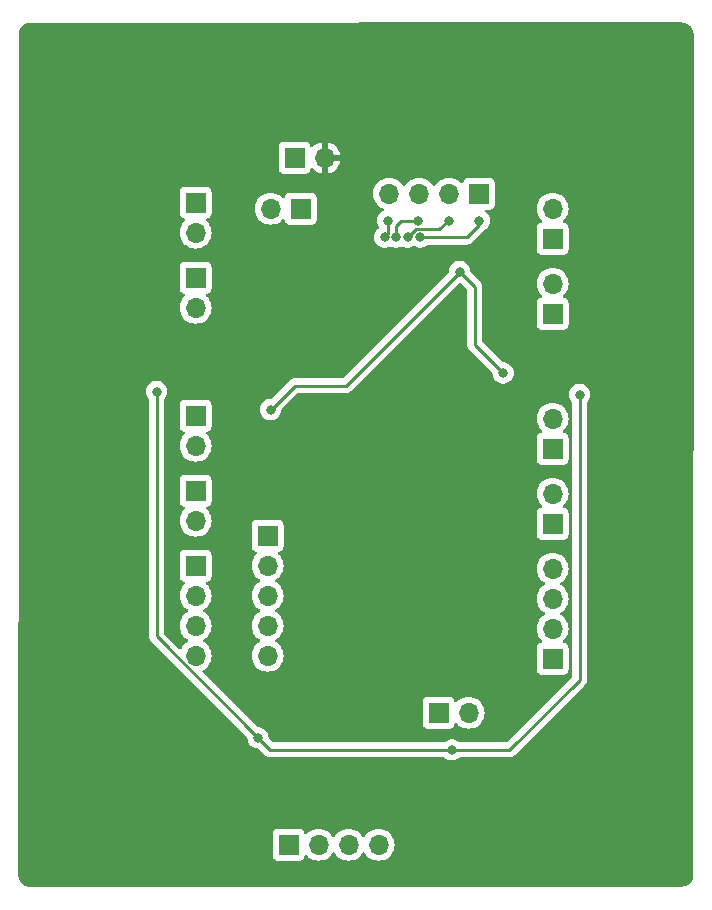
<source format=gbr>
%TF.GenerationSoftware,KiCad,Pcbnew,7.0.9*%
%TF.CreationDate,2024-01-11T15:45:20-05:00*%
%TF.ProjectId,AD7779_breakout,41443737-3739-45f6-9272-65616b6f7574,rev?*%
%TF.SameCoordinates,Original*%
%TF.FileFunction,Copper,L2,Bot*%
%TF.FilePolarity,Positive*%
%FSLAX46Y46*%
G04 Gerber Fmt 4.6, Leading zero omitted, Abs format (unit mm)*
G04 Created by KiCad (PCBNEW 7.0.9) date 2024-01-11 15:45:20*
%MOMM*%
%LPD*%
G01*
G04 APERTURE LIST*
%TA.AperFunction,ComponentPad*%
%ADD10R,1.700000X1.700000*%
%TD*%
%TA.AperFunction,ComponentPad*%
%ADD11O,1.700000X1.700000*%
%TD*%
%TA.AperFunction,ViaPad*%
%ADD12C,0.800000*%
%TD*%
%TA.AperFunction,Conductor*%
%ADD13C,0.250000*%
%TD*%
G04 APERTURE END LIST*
D10*
%TO.P,J12,1,Pin_1*%
%TO.N,Net-(IC1-CONVST_SAR)*%
X148082000Y-119634000D03*
D11*
%TO.P,J12,2,Pin_2*%
%TO.N,Net-(IC1-ALERT{slash}~{CS})*%
X148082000Y-122174000D03*
%TO.P,J12,3,Pin_3*%
%TO.N,Net-(IC1-DCLK2{slash}SCLK)*%
X148082000Y-124714000D03*
%TO.P,J12,4,Pin_4*%
%TO.N,Net-(IC1-DCLK1{slash}SDI)*%
X148082000Y-127254000D03*
%TO.P,J12,5,Pin_5*%
%TO.N,Net-(IC1-DCLK0{slash}SDO)*%
X148082000Y-129794000D03*
%TD*%
D10*
%TO.P,J4,1,Pin_1*%
%TO.N,Net-(IC1-AIN2-)*%
X141986000Y-109474000D03*
D11*
%TO.P,J4,2,Pin_2*%
%TO.N,Net-(IC1-AIN2+)*%
X141986000Y-112014000D03*
%TD*%
D10*
%TO.P,J13,1,Pin_1*%
%TO.N,Net-(IC1-FORMAT1)*%
X165989000Y-90678000D03*
D11*
%TO.P,J13,2,Pin_2*%
%TO.N,Net-(IC1-FORMAT0)*%
X163449000Y-90678000D03*
%TO.P,J13,3,Pin_3*%
%TO.N,Net-(IC1-CLK_SEL)*%
X160909000Y-90678000D03*
%TO.P,J13,4,Pin_4*%
%TO.N,Net-(IC1-VCM)*%
X158369000Y-90678000D03*
%TD*%
D10*
%TO.P,J10,1,Pin_1*%
%TO.N,+3.3V*%
X150368000Y-87630000D03*
D11*
%TO.P,J10,2,Pin_2*%
%TO.N,GND1*%
X152908000Y-87630000D03*
%TD*%
D10*
%TO.P,J8,1,Pin_1*%
%TO.N,Net-(IC1-AIN6+)*%
X172212000Y-112268000D03*
D11*
%TO.P,J8,2,Pin_2*%
%TO.N,Net-(IC1-AIN6-)*%
X172212000Y-109728000D03*
%TD*%
D10*
%TO.P,J18,1,Pin_1*%
%TO.N,Net-(IC2-1Y3)*%
X149860000Y-145796000D03*
D11*
%TO.P,J18,2,Pin_2*%
%TO.N,Net-(IC2-1Y2)*%
X152400000Y-145796000D03*
%TO.P,J18,3,Pin_3*%
%TO.N,Net-(IC2-1Y1)*%
X154940000Y-145796000D03*
%TO.P,J18,4,Pin_4*%
%TO.N,Net-(IC2-1Y0)*%
X157480000Y-145796000D03*
%TD*%
D10*
%TO.P,J15,1,Pin_1*%
%TO.N,Net-(IC1-~{START})*%
X172212000Y-130048000D03*
D11*
%TO.P,J15,2,Pin_2*%
%TO.N,Net-(IC1-~{SYNC_OUT})*%
X172212000Y-127508000D03*
%TO.P,J15,3,Pin_3*%
%TO.N,Net-(IC1-~{SYNC_IN})*%
X172212000Y-124968000D03*
%TO.P,J15,4,Pin_4*%
%TO.N,Net-(IC1-~{RESET})*%
X172212000Y-122428000D03*
%TD*%
D10*
%TO.P,J5,1,Pin_1*%
%TO.N,Net-(IC1-AIN3-)*%
X141986000Y-115824000D03*
D11*
%TO.P,J5,2,Pin_2*%
%TO.N,Net-(IC1-AIN3+)*%
X141986000Y-118364000D03*
%TD*%
D10*
%TO.P,J7,1,Pin_1*%
%TO.N,Net-(IC1-AIN5+)*%
X172212000Y-100838000D03*
D11*
%TO.P,J7,2,Pin_2*%
%TO.N,Net-(IC1-AIN5-)*%
X172212000Y-98298000D03*
%TD*%
D10*
%TO.P,J19,1,Pin_1*%
%TO.N,Net-(IC1-DCLK)*%
X162560000Y-134620000D03*
D11*
%TO.P,J19,2,Pin_2*%
%TO.N,Net-(IC1-~{DRDY})*%
X165100000Y-134620000D03*
%TD*%
D10*
%TO.P,J6,1,Pin_1*%
%TO.N,Net-(IC1-AIN4+)*%
X172212000Y-94488000D03*
D11*
%TO.P,J6,2,Pin_2*%
%TO.N,Net-(IC1-AIN4-)*%
X172212000Y-91948000D03*
%TD*%
D10*
%TO.P,J11,1,Pin_1*%
%TO.N,Net-(IC1-MODE0{slash}GPIO0)*%
X141986000Y-122174000D03*
D11*
%TO.P,J11,2,Pin_2*%
%TO.N,Net-(IC1-MODE1{slash}GPIO1)*%
X141986000Y-124714000D03*
%TO.P,J11,3,Pin_3*%
%TO.N,Net-(IC1-MODE2{slash}GPIO2)*%
X141986000Y-127254000D03*
%TO.P,J11,4,Pin_4*%
%TO.N,Net-(IC1-MODE3{slash}ALERT)*%
X141986000Y-129794000D03*
%TD*%
D10*
%TO.P,J3,1,Pin_1*%
%TO.N,Net-(IC1-AIN1-)*%
X141986000Y-97790000D03*
D11*
%TO.P,J3,2,Pin_2*%
%TO.N,Net-(IC1-AIN1+)*%
X141986000Y-100330000D03*
%TD*%
D10*
%TO.P,J9,1,Pin_1*%
%TO.N,Net-(IC1-AIN7+)*%
X172212000Y-118618000D03*
D11*
%TO.P,J9,2,Pin_2*%
%TO.N,Net-(IC1-AIN7-)*%
X172212000Y-116078000D03*
%TD*%
D10*
%TO.P,J2,1,Pin_1*%
%TO.N,Net-(IC1-AIN0-)*%
X141986000Y-91435000D03*
D11*
%TO.P,J2,2,Pin_2*%
%TO.N,Net-(IC1-AIN0+)*%
X141986000Y-93975000D03*
%TD*%
D10*
%TO.P,J1,1,Pin_1*%
%TO.N,Net-(IC1-AUXAIN+)*%
X150881000Y-91948000D03*
D11*
%TO.P,J1,2,Pin_2*%
%TO.N,Net-(IC1-AUXAIN-)*%
X148341000Y-91948000D03*
%TD*%
D12*
%TO.N,Net-(D2-K)*%
X174498000Y-107696000D03*
X138684000Y-107442000D03*
%TO.N,GND1*%
X164465000Y-104013000D03*
X165481000Y-105100500D03*
X149733000Y-105918000D03*
X156210000Y-100330000D03*
X160655000Y-96647000D03*
X165354000Y-95885000D03*
X156677937Y-112460850D03*
%TO.N,Net-(IC1-FORMAT1)*%
X165989000Y-92964000D03*
X160997081Y-94363500D03*
%TO.N,Net-(IC1-FORMAT0)*%
X159936506Y-94363500D03*
X163449000Y-92964000D03*
%TO.N,Net-(IC1-CLK_SEL)*%
X160782000Y-92964000D03*
X158962003Y-94363500D03*
%TO.N,Net-(IC1-VCM)*%
X157987500Y-94363500D03*
X158242000Y-92964000D03*
%TO.N,Net-(D2-K)*%
X163677600Y-137769600D03*
X147269200Y-136753600D03*
%TO.N,Net-(IC1-REF1+)*%
X164338000Y-97282000D03*
X148336000Y-108966000D03*
X168021000Y-105863500D03*
%TD*%
D13*
%TO.N,Net-(D2-K)*%
X138684000Y-107442000D02*
X138684000Y-128168400D01*
X138684000Y-128168400D02*
X147269200Y-136753600D01*
X168554400Y-137769600D02*
X163677600Y-137769600D01*
X174498000Y-131826000D02*
X168554400Y-137769600D01*
X174498000Y-107696000D02*
X174498000Y-131826000D01*
%TO.N,Net-(IC1-FORMAT1)*%
X164922498Y-94363500D02*
X165989000Y-93296998D01*
X160997081Y-94363500D02*
X164922498Y-94363500D01*
X165989000Y-93296998D02*
X165989000Y-92964000D01*
%TO.N,Net-(IC1-FORMAT0)*%
X160636006Y-93664000D02*
X162622000Y-93664000D01*
X163322000Y-92964000D02*
X163449000Y-92964000D01*
X159936506Y-94363500D02*
X160636006Y-93664000D01*
X162622000Y-93664000D02*
X163322000Y-92964000D01*
%TO.N,Net-(IC1-CLK_SEL)*%
X158962003Y-93386997D02*
X159385000Y-92964000D01*
X159385000Y-92964000D02*
X160782000Y-92964000D01*
X158962003Y-94363500D02*
X158962003Y-93386997D01*
%TO.N,Net-(IC1-VCM)*%
X157987500Y-94363500D02*
X158242000Y-94109000D01*
X158242000Y-94109000D02*
X158242000Y-92964000D01*
%TO.N,Net-(D2-K)*%
X148285200Y-137769600D02*
X163677600Y-137769600D01*
X147269200Y-136753600D02*
X148285200Y-137769600D01*
%TO.N,Net-(IC1-REF1+)*%
X168021000Y-105863500D02*
X165608000Y-103450500D01*
X154686000Y-106934000D02*
X164338000Y-97282000D01*
X148336000Y-108966000D02*
X150368000Y-106934000D01*
X165608000Y-98552000D02*
X164338000Y-97282000D01*
X165608000Y-103450500D02*
X165608000Y-98552000D01*
X150368000Y-106934000D02*
X154686000Y-106934000D01*
%TD*%
%TA.AperFunction,Conductor*%
%TO.N,GND1*%
G36*
X183152685Y-76184734D02*
G01*
X183195448Y-76188476D01*
X183321771Y-76200918D01*
X183341685Y-76204541D01*
X183408349Y-76222403D01*
X183501570Y-76250682D01*
X183517971Y-76256958D01*
X183585411Y-76288406D01*
X183588375Y-76289888D01*
X183615495Y-76304384D01*
X183672327Y-76334762D01*
X183678667Y-76338657D01*
X183744828Y-76384983D01*
X183748600Y-76387844D01*
X183820808Y-76447103D01*
X183825309Y-76451182D01*
X183882815Y-76508688D01*
X183886895Y-76513190D01*
X183946154Y-76585398D01*
X183949015Y-76589170D01*
X183995341Y-76655331D01*
X183999236Y-76661671D01*
X184044101Y-76745605D01*
X184045614Y-76748631D01*
X184077040Y-76816027D01*
X184083319Y-76832435D01*
X184111601Y-76925669D01*
X184129454Y-76992299D01*
X184133082Y-77012238D01*
X184145523Y-77138555D01*
X184149263Y-77181298D01*
X184149499Y-77186718D01*
X184133500Y-148349298D01*
X184133264Y-148354691D01*
X184129523Y-148397445D01*
X184117082Y-148523760D01*
X184113454Y-148543699D01*
X184095601Y-148610330D01*
X184067318Y-148703563D01*
X184061040Y-148719971D01*
X184029614Y-148787367D01*
X184028101Y-148790393D01*
X183983236Y-148874327D01*
X183979341Y-148880667D01*
X183933015Y-148946828D01*
X183930154Y-148950600D01*
X183870895Y-149022808D01*
X183866806Y-149027320D01*
X183809320Y-149084806D01*
X183804808Y-149088895D01*
X183732600Y-149148154D01*
X183728828Y-149151015D01*
X183662667Y-149197341D01*
X183656327Y-149201236D01*
X183572393Y-149246101D01*
X183569367Y-149247614D01*
X183501971Y-149279040D01*
X183485563Y-149285318D01*
X183392330Y-149313601D01*
X183325699Y-149331454D01*
X183305760Y-149335082D01*
X183179445Y-149347523D01*
X183136689Y-149351264D01*
X183131300Y-149351500D01*
X127986716Y-149367498D01*
X127981292Y-149367262D01*
X127938494Y-149363517D01*
X127812238Y-149351082D01*
X127792299Y-149347454D01*
X127725669Y-149329601D01*
X127632435Y-149301319D01*
X127616027Y-149295040D01*
X127567433Y-149272381D01*
X127548618Y-149263607D01*
X127545605Y-149262101D01*
X127461671Y-149217236D01*
X127455331Y-149213341D01*
X127389170Y-149167015D01*
X127385398Y-149164154D01*
X127313190Y-149104895D01*
X127308688Y-149100815D01*
X127251182Y-149043309D01*
X127247103Y-149038808D01*
X127187844Y-148966600D01*
X127184983Y-148962828D01*
X127138657Y-148896667D01*
X127134762Y-148890327D01*
X127109982Y-148843969D01*
X127089888Y-148806375D01*
X127088406Y-148803411D01*
X127056958Y-148735971D01*
X127050682Y-148719570D01*
X127022403Y-148626349D01*
X127004541Y-148559685D01*
X127000918Y-148539771D01*
X126988482Y-148413519D01*
X126984735Y-148370690D01*
X126984500Y-148365284D01*
X126984503Y-148354691D01*
X126984876Y-146693870D01*
X148509500Y-146693870D01*
X148509501Y-146693876D01*
X148515908Y-146753483D01*
X148566202Y-146888328D01*
X148566206Y-146888335D01*
X148652452Y-147003544D01*
X148652455Y-147003547D01*
X148767664Y-147089793D01*
X148767671Y-147089797D01*
X148902517Y-147140091D01*
X148902516Y-147140091D01*
X148909444Y-147140835D01*
X148962127Y-147146500D01*
X150757872Y-147146499D01*
X150817483Y-147140091D01*
X150952331Y-147089796D01*
X151067546Y-147003546D01*
X151153796Y-146888331D01*
X151202810Y-146756916D01*
X151244681Y-146700984D01*
X151310145Y-146676566D01*
X151378418Y-146691417D01*
X151406673Y-146712569D01*
X151528599Y-146834495D01*
X151625384Y-146902265D01*
X151722165Y-146970032D01*
X151722167Y-146970033D01*
X151722170Y-146970035D01*
X151936337Y-147069903D01*
X152164592Y-147131063D01*
X152341034Y-147146500D01*
X152399999Y-147151659D01*
X152400000Y-147151659D01*
X152400001Y-147151659D01*
X152458966Y-147146500D01*
X152635408Y-147131063D01*
X152863663Y-147069903D01*
X153077830Y-146970035D01*
X153271401Y-146834495D01*
X153438495Y-146667401D01*
X153568425Y-146481842D01*
X153623002Y-146438217D01*
X153692500Y-146431023D01*
X153754855Y-146462546D01*
X153771575Y-146481842D01*
X153901500Y-146667395D01*
X153901505Y-146667401D01*
X154068599Y-146834495D01*
X154165384Y-146902265D01*
X154262165Y-146970032D01*
X154262167Y-146970033D01*
X154262170Y-146970035D01*
X154476337Y-147069903D01*
X154704592Y-147131063D01*
X154881034Y-147146500D01*
X154939999Y-147151659D01*
X154940000Y-147151659D01*
X154940001Y-147151659D01*
X154998966Y-147146500D01*
X155175408Y-147131063D01*
X155403663Y-147069903D01*
X155617830Y-146970035D01*
X155811401Y-146834495D01*
X155978495Y-146667401D01*
X156108425Y-146481842D01*
X156163002Y-146438217D01*
X156232500Y-146431023D01*
X156294855Y-146462546D01*
X156311575Y-146481842D01*
X156441500Y-146667395D01*
X156441505Y-146667401D01*
X156608599Y-146834495D01*
X156705384Y-146902265D01*
X156802165Y-146970032D01*
X156802167Y-146970033D01*
X156802170Y-146970035D01*
X157016337Y-147069903D01*
X157244592Y-147131063D01*
X157421034Y-147146500D01*
X157479999Y-147151659D01*
X157480000Y-147151659D01*
X157480001Y-147151659D01*
X157538966Y-147146500D01*
X157715408Y-147131063D01*
X157943663Y-147069903D01*
X158157830Y-146970035D01*
X158351401Y-146834495D01*
X158518495Y-146667401D01*
X158654035Y-146473830D01*
X158753903Y-146259663D01*
X158815063Y-146031408D01*
X158835659Y-145796000D01*
X158815063Y-145560592D01*
X158753903Y-145332337D01*
X158654035Y-145118171D01*
X158648425Y-145110158D01*
X158518494Y-144924597D01*
X158351402Y-144757506D01*
X158351395Y-144757501D01*
X158157834Y-144621967D01*
X158157830Y-144621965D01*
X158157828Y-144621964D01*
X157943663Y-144522097D01*
X157943659Y-144522096D01*
X157943655Y-144522094D01*
X157715413Y-144460938D01*
X157715403Y-144460936D01*
X157480001Y-144440341D01*
X157479999Y-144440341D01*
X157244596Y-144460936D01*
X157244586Y-144460938D01*
X157016344Y-144522094D01*
X157016335Y-144522098D01*
X156802171Y-144621964D01*
X156802169Y-144621965D01*
X156608597Y-144757505D01*
X156441505Y-144924597D01*
X156311575Y-145110158D01*
X156256998Y-145153783D01*
X156187500Y-145160977D01*
X156125145Y-145129454D01*
X156108425Y-145110158D01*
X155978494Y-144924597D01*
X155811402Y-144757506D01*
X155811395Y-144757501D01*
X155617834Y-144621967D01*
X155617830Y-144621965D01*
X155617828Y-144621964D01*
X155403663Y-144522097D01*
X155403659Y-144522096D01*
X155403655Y-144522094D01*
X155175413Y-144460938D01*
X155175403Y-144460936D01*
X154940001Y-144440341D01*
X154939999Y-144440341D01*
X154704596Y-144460936D01*
X154704586Y-144460938D01*
X154476344Y-144522094D01*
X154476335Y-144522098D01*
X154262171Y-144621964D01*
X154262169Y-144621965D01*
X154068597Y-144757505D01*
X153901505Y-144924597D01*
X153771575Y-145110158D01*
X153716998Y-145153783D01*
X153647500Y-145160977D01*
X153585145Y-145129454D01*
X153568425Y-145110158D01*
X153438494Y-144924597D01*
X153271402Y-144757506D01*
X153271395Y-144757501D01*
X153077834Y-144621967D01*
X153077830Y-144621965D01*
X153077828Y-144621964D01*
X152863663Y-144522097D01*
X152863659Y-144522096D01*
X152863655Y-144522094D01*
X152635413Y-144460938D01*
X152635403Y-144460936D01*
X152400001Y-144440341D01*
X152399999Y-144440341D01*
X152164596Y-144460936D01*
X152164586Y-144460938D01*
X151936344Y-144522094D01*
X151936335Y-144522098D01*
X151722171Y-144621964D01*
X151722169Y-144621965D01*
X151528600Y-144757503D01*
X151406673Y-144879430D01*
X151345350Y-144912914D01*
X151275658Y-144907930D01*
X151219725Y-144866058D01*
X151202810Y-144835081D01*
X151153797Y-144703671D01*
X151153793Y-144703664D01*
X151067547Y-144588455D01*
X151067544Y-144588452D01*
X150952335Y-144502206D01*
X150952328Y-144502202D01*
X150817482Y-144451908D01*
X150817483Y-144451908D01*
X150757883Y-144445501D01*
X150757881Y-144445500D01*
X150757873Y-144445500D01*
X150757864Y-144445500D01*
X148962129Y-144445500D01*
X148962123Y-144445501D01*
X148902516Y-144451908D01*
X148767671Y-144502202D01*
X148767664Y-144502206D01*
X148652455Y-144588452D01*
X148652452Y-144588455D01*
X148566206Y-144703664D01*
X148566202Y-144703671D01*
X148515908Y-144838517D01*
X148509501Y-144898116D01*
X148509500Y-144898135D01*
X148509500Y-146693870D01*
X126984876Y-146693870D01*
X126993701Y-107442000D01*
X137778540Y-107442000D01*
X137798326Y-107630256D01*
X137798327Y-107630259D01*
X137856818Y-107810277D01*
X137856821Y-107810284D01*
X137951467Y-107974216D01*
X137994772Y-108022310D01*
X138026650Y-108057715D01*
X138056880Y-108120706D01*
X138058500Y-108140687D01*
X138058500Y-128085655D01*
X138056775Y-128101272D01*
X138057061Y-128101299D01*
X138056326Y-128109065D01*
X138058500Y-128178214D01*
X138058500Y-128207743D01*
X138058501Y-128207760D01*
X138059368Y-128214631D01*
X138059826Y-128220450D01*
X138061290Y-128267024D01*
X138061291Y-128267027D01*
X138066880Y-128286267D01*
X138070824Y-128305311D01*
X138073336Y-128325191D01*
X138090490Y-128368519D01*
X138092382Y-128374047D01*
X138093936Y-128379396D01*
X138105382Y-128418790D01*
X138110849Y-128428035D01*
X138115580Y-128436034D01*
X138124138Y-128453503D01*
X138131514Y-128472132D01*
X138158898Y-128509823D01*
X138162106Y-128514707D01*
X138185827Y-128554816D01*
X138185833Y-128554824D01*
X138199990Y-128568980D01*
X138212628Y-128583776D01*
X138224405Y-128599986D01*
X138224406Y-128599987D01*
X138260309Y-128629688D01*
X138264620Y-128633610D01*
X144486412Y-134855403D01*
X146330238Y-136699229D01*
X146363723Y-136760552D01*
X146365878Y-136773948D01*
X146369454Y-136807969D01*
X146383526Y-136941856D01*
X146383527Y-136941859D01*
X146442018Y-137121877D01*
X146442021Y-137121884D01*
X146536667Y-137285816D01*
X146663329Y-137426488D01*
X146816465Y-137537748D01*
X146816470Y-137537751D01*
X146989392Y-137614742D01*
X146989397Y-137614744D01*
X147174554Y-137654100D01*
X147233748Y-137654100D01*
X147300787Y-137673785D01*
X147321429Y-137690419D01*
X147784397Y-138153388D01*
X147794222Y-138165651D01*
X147794443Y-138165469D01*
X147799414Y-138171478D01*
X147820243Y-138191037D01*
X147849835Y-138218826D01*
X147870729Y-138239720D01*
X147876211Y-138243973D01*
X147880643Y-138247757D01*
X147914618Y-138279662D01*
X147932176Y-138289314D01*
X147948433Y-138299993D01*
X147964264Y-138312273D01*
X147983937Y-138320786D01*
X148007033Y-138330782D01*
X148012277Y-138333350D01*
X148053108Y-138355797D01*
X148065723Y-138359035D01*
X148072505Y-138360777D01*
X148090919Y-138367081D01*
X148109304Y-138375038D01*
X148155357Y-138382332D01*
X148161026Y-138383506D01*
X148206181Y-138395100D01*
X148226216Y-138395100D01*
X148245613Y-138396626D01*
X148265396Y-138399760D01*
X148311784Y-138395375D01*
X148317622Y-138395100D01*
X162973852Y-138395100D01*
X163040891Y-138414785D01*
X163066000Y-138436126D01*
X163071726Y-138442485D01*
X163071730Y-138442489D01*
X163224865Y-138553748D01*
X163224870Y-138553751D01*
X163397792Y-138630742D01*
X163397797Y-138630744D01*
X163582954Y-138670100D01*
X163582955Y-138670100D01*
X163772244Y-138670100D01*
X163772246Y-138670100D01*
X163957403Y-138630744D01*
X164130330Y-138553751D01*
X164283471Y-138442488D01*
X164286388Y-138439247D01*
X164289200Y-138436126D01*
X164348687Y-138399479D01*
X164381348Y-138395100D01*
X168471657Y-138395100D01*
X168487277Y-138396824D01*
X168487304Y-138396539D01*
X168495060Y-138397271D01*
X168495067Y-138397273D01*
X168564214Y-138395100D01*
X168593750Y-138395100D01*
X168600628Y-138394230D01*
X168606441Y-138393772D01*
X168653027Y-138392309D01*
X168672269Y-138386717D01*
X168691312Y-138382774D01*
X168711192Y-138380264D01*
X168754522Y-138363107D01*
X168760046Y-138361217D01*
X168763796Y-138360127D01*
X168804790Y-138348218D01*
X168822029Y-138338022D01*
X168839503Y-138329462D01*
X168858127Y-138322088D01*
X168858127Y-138322087D01*
X168858132Y-138322086D01*
X168895849Y-138294682D01*
X168900705Y-138291492D01*
X168940820Y-138267770D01*
X168954989Y-138253599D01*
X168969779Y-138240968D01*
X168985987Y-138229194D01*
X169015699Y-138193276D01*
X169019612Y-138188976D01*
X174881786Y-132326802D01*
X174894048Y-132316980D01*
X174893865Y-132316759D01*
X174899867Y-132311792D01*
X174899877Y-132311786D01*
X174947241Y-132261348D01*
X174968120Y-132240470D01*
X174972373Y-132234986D01*
X174976150Y-132230563D01*
X175008062Y-132196582D01*
X175017714Y-132179023D01*
X175028389Y-132162772D01*
X175040674Y-132146936D01*
X175059186Y-132104152D01*
X175061742Y-132098935D01*
X175084197Y-132058092D01*
X175089180Y-132038680D01*
X175095477Y-132020291D01*
X175103438Y-132001895D01*
X175110729Y-131955853D01*
X175111908Y-131950162D01*
X175123500Y-131905019D01*
X175123500Y-131884983D01*
X175125027Y-131865582D01*
X175128160Y-131845804D01*
X175123775Y-131799415D01*
X175123500Y-131793577D01*
X175123500Y-108394687D01*
X175143185Y-108327648D01*
X175155350Y-108311715D01*
X175173891Y-108291122D01*
X175230533Y-108228216D01*
X175325179Y-108064284D01*
X175383674Y-107884256D01*
X175403460Y-107696000D01*
X175383674Y-107507744D01*
X175325179Y-107327716D01*
X175230533Y-107163784D01*
X175103871Y-107023112D01*
X175103870Y-107023111D01*
X174950734Y-106911851D01*
X174950729Y-106911848D01*
X174777807Y-106834857D01*
X174777802Y-106834855D01*
X174632001Y-106803865D01*
X174592646Y-106795500D01*
X174403354Y-106795500D01*
X174370897Y-106802398D01*
X174218197Y-106834855D01*
X174218192Y-106834857D01*
X174045270Y-106911848D01*
X174045265Y-106911851D01*
X173892129Y-107023111D01*
X173765466Y-107163785D01*
X173670821Y-107327715D01*
X173670818Y-107327722D01*
X173614054Y-107502426D01*
X173612326Y-107507744D01*
X173592540Y-107696000D01*
X173612326Y-107884256D01*
X173612327Y-107884259D01*
X173670818Y-108064277D01*
X173670821Y-108064284D01*
X173765467Y-108228216D01*
X173799895Y-108266452D01*
X173840650Y-108311715D01*
X173870880Y-108374706D01*
X173872500Y-108394687D01*
X173872500Y-131515547D01*
X173852815Y-131582586D01*
X173836181Y-131603228D01*
X168331628Y-137107781D01*
X168270305Y-137141266D01*
X168243947Y-137144100D01*
X164381348Y-137144100D01*
X164314309Y-137124415D01*
X164289200Y-137103074D01*
X164283473Y-137096714D01*
X164283469Y-137096710D01*
X164130334Y-136985451D01*
X164130329Y-136985448D01*
X163957407Y-136908457D01*
X163957402Y-136908455D01*
X163811601Y-136877465D01*
X163772246Y-136869100D01*
X163582954Y-136869100D01*
X163550497Y-136875998D01*
X163397797Y-136908455D01*
X163397792Y-136908457D01*
X163224870Y-136985448D01*
X163224865Y-136985451D01*
X163071730Y-137096710D01*
X163071726Y-137096714D01*
X163066000Y-137103074D01*
X163006513Y-137139721D01*
X162973852Y-137144100D01*
X148595652Y-137144100D01*
X148528613Y-137124415D01*
X148507971Y-137107781D01*
X148208160Y-136807969D01*
X148174675Y-136746646D01*
X148172523Y-136733268D01*
X148154874Y-136565344D01*
X148096379Y-136385316D01*
X148001733Y-136221384D01*
X147875071Y-136080712D01*
X147875070Y-136080711D01*
X147721934Y-135969451D01*
X147721929Y-135969448D01*
X147549007Y-135892457D01*
X147549002Y-135892455D01*
X147403201Y-135861465D01*
X147363846Y-135853100D01*
X147363845Y-135853100D01*
X147304653Y-135853100D01*
X147237614Y-135833415D01*
X147216972Y-135816781D01*
X146918061Y-135517870D01*
X161209500Y-135517870D01*
X161209501Y-135517876D01*
X161215908Y-135577483D01*
X161266202Y-135712328D01*
X161266206Y-135712335D01*
X161352452Y-135827544D01*
X161352455Y-135827547D01*
X161467664Y-135913793D01*
X161467671Y-135913797D01*
X161602517Y-135964091D01*
X161602516Y-135964091D01*
X161609444Y-135964835D01*
X161662127Y-135970500D01*
X163457872Y-135970499D01*
X163517483Y-135964091D01*
X163652331Y-135913796D01*
X163767546Y-135827546D01*
X163853796Y-135712331D01*
X163902810Y-135580916D01*
X163944681Y-135524984D01*
X164010145Y-135500566D01*
X164078418Y-135515417D01*
X164106673Y-135536569D01*
X164228599Y-135658495D01*
X164325384Y-135726265D01*
X164422165Y-135794032D01*
X164422167Y-135794033D01*
X164422170Y-135794035D01*
X164636337Y-135893903D01*
X164864592Y-135955063D01*
X165041034Y-135970500D01*
X165099999Y-135975659D01*
X165100000Y-135975659D01*
X165100001Y-135975659D01*
X165158966Y-135970500D01*
X165335408Y-135955063D01*
X165563663Y-135893903D01*
X165777830Y-135794035D01*
X165971401Y-135658495D01*
X166138495Y-135491401D01*
X166274035Y-135297830D01*
X166373903Y-135083663D01*
X166435063Y-134855408D01*
X166455659Y-134620000D01*
X166435063Y-134384592D01*
X166373903Y-134156337D01*
X166274035Y-133942171D01*
X166138495Y-133748599D01*
X166138494Y-133748597D01*
X165971402Y-133581506D01*
X165971395Y-133581501D01*
X165777834Y-133445967D01*
X165777830Y-133445965D01*
X165777828Y-133445964D01*
X165563663Y-133346097D01*
X165563659Y-133346096D01*
X165563655Y-133346094D01*
X165335413Y-133284938D01*
X165335403Y-133284936D01*
X165100001Y-133264341D01*
X165099999Y-133264341D01*
X164864596Y-133284936D01*
X164864586Y-133284938D01*
X164636344Y-133346094D01*
X164636335Y-133346098D01*
X164422171Y-133445964D01*
X164422169Y-133445965D01*
X164228600Y-133581503D01*
X164106673Y-133703430D01*
X164045350Y-133736914D01*
X163975658Y-133731930D01*
X163919725Y-133690058D01*
X163902810Y-133659081D01*
X163853797Y-133527671D01*
X163853793Y-133527664D01*
X163767547Y-133412455D01*
X163767544Y-133412452D01*
X163652335Y-133326206D01*
X163652328Y-133326202D01*
X163517482Y-133275908D01*
X163517483Y-133275908D01*
X163457883Y-133269501D01*
X163457881Y-133269500D01*
X163457873Y-133269500D01*
X163457864Y-133269500D01*
X161662129Y-133269500D01*
X161662123Y-133269501D01*
X161602516Y-133275908D01*
X161467671Y-133326202D01*
X161467664Y-133326206D01*
X161352455Y-133412452D01*
X161352452Y-133412455D01*
X161266206Y-133527664D01*
X161266202Y-133527671D01*
X161215908Y-133662517D01*
X161209501Y-133722116D01*
X161209500Y-133722135D01*
X161209500Y-135517870D01*
X146918061Y-135517870D01*
X142587453Y-131187262D01*
X142553968Y-131125939D01*
X142558952Y-131056247D01*
X142600824Y-131000314D01*
X142622723Y-130987203D01*
X142663830Y-130968035D01*
X142857401Y-130832495D01*
X143024495Y-130665401D01*
X143160035Y-130471830D01*
X143259903Y-130257663D01*
X143321063Y-130029408D01*
X143341659Y-129794000D01*
X146726341Y-129794000D01*
X146746936Y-130029403D01*
X146746938Y-130029413D01*
X146808094Y-130257655D01*
X146808096Y-130257659D01*
X146808097Y-130257663D01*
X146907965Y-130471830D01*
X146907967Y-130471834D01*
X147016281Y-130626521D01*
X147043505Y-130665401D01*
X147210599Y-130832495D01*
X147307384Y-130900265D01*
X147404165Y-130968032D01*
X147404167Y-130968033D01*
X147404170Y-130968035D01*
X147618337Y-131067903D01*
X147846592Y-131129063D01*
X148034918Y-131145539D01*
X148081999Y-131149659D01*
X148082000Y-131149659D01*
X148082001Y-131149659D01*
X148121234Y-131146226D01*
X148317408Y-131129063D01*
X148545663Y-131067903D01*
X148759830Y-130968035D01*
X148953401Y-130832495D01*
X149120495Y-130665401D01*
X149256035Y-130471830D01*
X149355903Y-130257663D01*
X149417063Y-130029408D01*
X149437659Y-129794000D01*
X149417063Y-129558592D01*
X149355903Y-129330337D01*
X149256035Y-129116171D01*
X149238072Y-129090516D01*
X149120494Y-128922597D01*
X148953402Y-128755506D01*
X148953396Y-128755501D01*
X148767842Y-128625575D01*
X148724217Y-128570998D01*
X148717023Y-128501500D01*
X148748546Y-128439145D01*
X148767842Y-128422425D01*
X148829286Y-128379401D01*
X148953401Y-128292495D01*
X149120495Y-128125401D01*
X149256035Y-127931830D01*
X149355903Y-127717663D01*
X149412081Y-127508000D01*
X170856341Y-127508000D01*
X170876936Y-127743403D01*
X170876938Y-127743413D01*
X170938094Y-127971655D01*
X170938096Y-127971659D01*
X170938097Y-127971663D01*
X171009787Y-128125402D01*
X171037965Y-128185830D01*
X171037967Y-128185834D01*
X171112655Y-128292498D01*
X171173501Y-128379396D01*
X171173506Y-128379402D01*
X171295430Y-128501326D01*
X171328915Y-128562649D01*
X171323931Y-128632341D01*
X171282059Y-128688274D01*
X171251083Y-128705189D01*
X171119669Y-128754203D01*
X171119664Y-128754206D01*
X171004455Y-128840452D01*
X171004452Y-128840455D01*
X170918206Y-128955664D01*
X170918202Y-128955671D01*
X170867908Y-129090517D01*
X170861501Y-129150116D01*
X170861501Y-129150123D01*
X170861500Y-129150135D01*
X170861500Y-130945870D01*
X170861501Y-130945876D01*
X170867908Y-131005483D01*
X170918202Y-131140328D01*
X170918206Y-131140335D01*
X171004452Y-131255544D01*
X171004455Y-131255547D01*
X171119664Y-131341793D01*
X171119671Y-131341797D01*
X171254517Y-131392091D01*
X171254516Y-131392091D01*
X171261444Y-131392835D01*
X171314127Y-131398500D01*
X173109872Y-131398499D01*
X173169483Y-131392091D01*
X173304331Y-131341796D01*
X173419546Y-131255546D01*
X173505796Y-131140331D01*
X173556091Y-131005483D01*
X173562500Y-130945873D01*
X173562499Y-129150128D01*
X173556091Y-129090517D01*
X173505796Y-128955669D01*
X173505795Y-128955668D01*
X173505793Y-128955664D01*
X173419547Y-128840455D01*
X173419544Y-128840452D01*
X173304335Y-128754206D01*
X173304328Y-128754202D01*
X173172917Y-128705189D01*
X173116983Y-128663318D01*
X173092566Y-128597853D01*
X173107418Y-128529580D01*
X173128563Y-128501332D01*
X173250495Y-128379401D01*
X173386035Y-128185830D01*
X173485903Y-127971663D01*
X173547063Y-127743408D01*
X173567659Y-127508000D01*
X173547063Y-127272592D01*
X173485903Y-127044337D01*
X173386035Y-126830171D01*
X173250495Y-126636599D01*
X173250494Y-126636597D01*
X173083402Y-126469506D01*
X173083396Y-126469501D01*
X172897842Y-126339575D01*
X172854217Y-126284998D01*
X172847023Y-126215500D01*
X172878546Y-126153145D01*
X172897842Y-126136425D01*
X172978475Y-126079965D01*
X173083401Y-126006495D01*
X173250495Y-125839401D01*
X173386035Y-125645830D01*
X173485903Y-125431663D01*
X173547063Y-125203408D01*
X173567659Y-124968000D01*
X173547063Y-124732592D01*
X173485903Y-124504337D01*
X173386035Y-124290171D01*
X173250495Y-124096599D01*
X173250494Y-124096597D01*
X173083402Y-123929506D01*
X173083396Y-123929501D01*
X172897842Y-123799575D01*
X172854217Y-123744998D01*
X172847023Y-123675500D01*
X172878546Y-123613145D01*
X172897842Y-123596425D01*
X172978475Y-123539965D01*
X173083401Y-123466495D01*
X173250495Y-123299401D01*
X173386035Y-123105830D01*
X173485903Y-122891663D01*
X173547063Y-122663408D01*
X173567659Y-122428000D01*
X173547063Y-122192592D01*
X173485903Y-121964337D01*
X173386035Y-121750171D01*
X173250495Y-121556599D01*
X173250494Y-121556597D01*
X173083402Y-121389506D01*
X173083395Y-121389501D01*
X172889834Y-121253967D01*
X172889830Y-121253965D01*
X172889828Y-121253964D01*
X172675663Y-121154097D01*
X172675659Y-121154096D01*
X172675655Y-121154094D01*
X172447413Y-121092938D01*
X172447403Y-121092936D01*
X172212001Y-121072341D01*
X172211999Y-121072341D01*
X171976596Y-121092936D01*
X171976586Y-121092938D01*
X171748344Y-121154094D01*
X171748335Y-121154098D01*
X171534171Y-121253964D01*
X171534169Y-121253965D01*
X171340597Y-121389505D01*
X171173505Y-121556597D01*
X171037965Y-121750169D01*
X171037964Y-121750171D01*
X170938098Y-121964335D01*
X170938094Y-121964344D01*
X170876938Y-122192586D01*
X170876936Y-122192596D01*
X170856341Y-122427999D01*
X170856341Y-122428000D01*
X170876936Y-122663403D01*
X170876938Y-122663413D01*
X170938094Y-122891655D01*
X170938096Y-122891659D01*
X170938097Y-122891663D01*
X171009787Y-123045402D01*
X171037965Y-123105830D01*
X171037967Y-123105834D01*
X171173501Y-123299395D01*
X171173506Y-123299402D01*
X171340597Y-123466493D01*
X171340603Y-123466498D01*
X171526158Y-123596425D01*
X171569783Y-123651002D01*
X171576977Y-123720500D01*
X171545454Y-123782855D01*
X171526158Y-123799575D01*
X171340597Y-123929505D01*
X171173505Y-124096597D01*
X171037965Y-124290169D01*
X171037964Y-124290171D01*
X170938098Y-124504335D01*
X170938094Y-124504344D01*
X170876938Y-124732586D01*
X170876936Y-124732596D01*
X170856341Y-124967999D01*
X170856341Y-124968000D01*
X170876936Y-125203403D01*
X170876938Y-125203413D01*
X170938094Y-125431655D01*
X170938096Y-125431659D01*
X170938097Y-125431663D01*
X171009787Y-125585402D01*
X171037965Y-125645830D01*
X171037967Y-125645834D01*
X171173501Y-125839395D01*
X171173506Y-125839402D01*
X171340597Y-126006493D01*
X171340603Y-126006498D01*
X171526158Y-126136425D01*
X171569783Y-126191002D01*
X171576977Y-126260500D01*
X171545454Y-126322855D01*
X171526158Y-126339575D01*
X171340597Y-126469505D01*
X171173505Y-126636597D01*
X171037965Y-126830169D01*
X171037964Y-126830171D01*
X170938098Y-127044335D01*
X170938094Y-127044344D01*
X170876938Y-127272586D01*
X170876936Y-127272596D01*
X170856341Y-127507999D01*
X170856341Y-127508000D01*
X149412081Y-127508000D01*
X149417063Y-127489408D01*
X149437659Y-127254000D01*
X149417063Y-127018592D01*
X149355903Y-126790337D01*
X149256035Y-126576171D01*
X149181345Y-126469501D01*
X149120494Y-126382597D01*
X148953402Y-126215506D01*
X148953396Y-126215501D01*
X148767842Y-126085575D01*
X148724217Y-126030998D01*
X148717023Y-125961500D01*
X148748546Y-125899145D01*
X148767842Y-125882425D01*
X148829295Y-125839395D01*
X148953401Y-125752495D01*
X149120495Y-125585401D01*
X149256035Y-125391830D01*
X149355903Y-125177663D01*
X149417063Y-124949408D01*
X149437659Y-124714000D01*
X149417063Y-124478592D01*
X149355903Y-124250337D01*
X149256035Y-124036171D01*
X149181345Y-123929501D01*
X149120494Y-123842597D01*
X148953402Y-123675506D01*
X148953396Y-123675501D01*
X148767842Y-123545575D01*
X148724217Y-123490998D01*
X148717023Y-123421500D01*
X148748546Y-123359145D01*
X148767842Y-123342425D01*
X148829295Y-123299395D01*
X148953401Y-123212495D01*
X149120495Y-123045401D01*
X149256035Y-122851830D01*
X149355903Y-122637663D01*
X149417063Y-122409408D01*
X149437659Y-122174000D01*
X149417063Y-121938592D01*
X149355903Y-121710337D01*
X149256035Y-121496171D01*
X149181344Y-121389501D01*
X149120496Y-121302600D01*
X149071860Y-121253964D01*
X148998567Y-121180671D01*
X148965084Y-121119351D01*
X148970068Y-121049659D01*
X149011939Y-120993725D01*
X149042915Y-120976810D01*
X149174331Y-120927796D01*
X149289546Y-120841546D01*
X149375796Y-120726331D01*
X149426091Y-120591483D01*
X149432500Y-120531873D01*
X149432499Y-118736128D01*
X149426091Y-118676517D01*
X149397331Y-118599408D01*
X149375797Y-118541671D01*
X149375793Y-118541664D01*
X149289547Y-118426455D01*
X149289544Y-118426452D01*
X149174335Y-118340206D01*
X149174328Y-118340202D01*
X149039482Y-118289908D01*
X149039483Y-118289908D01*
X148979883Y-118283501D01*
X148979881Y-118283500D01*
X148979873Y-118283500D01*
X148979864Y-118283500D01*
X147184129Y-118283500D01*
X147184123Y-118283501D01*
X147124516Y-118289908D01*
X146989671Y-118340202D01*
X146989664Y-118340206D01*
X146874455Y-118426452D01*
X146874452Y-118426455D01*
X146788206Y-118541664D01*
X146788202Y-118541671D01*
X146737908Y-118676517D01*
X146731501Y-118736116D01*
X146731501Y-118736123D01*
X146731500Y-118736135D01*
X146731500Y-120531870D01*
X146731501Y-120531876D01*
X146737908Y-120591483D01*
X146788202Y-120726328D01*
X146788206Y-120726335D01*
X146874452Y-120841544D01*
X146874455Y-120841547D01*
X146989664Y-120927793D01*
X146989671Y-120927797D01*
X147121081Y-120976810D01*
X147177015Y-121018681D01*
X147201432Y-121084145D01*
X147186580Y-121152418D01*
X147165430Y-121180673D01*
X147043503Y-121302600D01*
X146907965Y-121496169D01*
X146907964Y-121496171D01*
X146808098Y-121710335D01*
X146808094Y-121710344D01*
X146746938Y-121938586D01*
X146746936Y-121938596D01*
X146726341Y-122173999D01*
X146726341Y-122174000D01*
X146746936Y-122409403D01*
X146746938Y-122409413D01*
X146808094Y-122637655D01*
X146808096Y-122637659D01*
X146808097Y-122637663D01*
X146907965Y-122851830D01*
X146907967Y-122851834D01*
X147043501Y-123045395D01*
X147043506Y-123045402D01*
X147210597Y-123212493D01*
X147210603Y-123212498D01*
X147396158Y-123342425D01*
X147439783Y-123397002D01*
X147446977Y-123466500D01*
X147415454Y-123528855D01*
X147396158Y-123545575D01*
X147210597Y-123675505D01*
X147043505Y-123842597D01*
X146907965Y-124036169D01*
X146907964Y-124036171D01*
X146808098Y-124250335D01*
X146808094Y-124250344D01*
X146746938Y-124478586D01*
X146746936Y-124478596D01*
X146726341Y-124713999D01*
X146726341Y-124714000D01*
X146746936Y-124949403D01*
X146746938Y-124949413D01*
X146808094Y-125177655D01*
X146808096Y-125177659D01*
X146808097Y-125177663D01*
X146907965Y-125391830D01*
X146907967Y-125391834D01*
X147043501Y-125585395D01*
X147043506Y-125585402D01*
X147210597Y-125752493D01*
X147210603Y-125752498D01*
X147396158Y-125882425D01*
X147439783Y-125937002D01*
X147446977Y-126006500D01*
X147415454Y-126068855D01*
X147396158Y-126085575D01*
X147210597Y-126215505D01*
X147043505Y-126382597D01*
X146907965Y-126576169D01*
X146907964Y-126576171D01*
X146808098Y-126790335D01*
X146808094Y-126790344D01*
X146746938Y-127018586D01*
X146746936Y-127018596D01*
X146726341Y-127253999D01*
X146726341Y-127254000D01*
X146746936Y-127489403D01*
X146746938Y-127489413D01*
X146808094Y-127717655D01*
X146808096Y-127717659D01*
X146808097Y-127717663D01*
X146873513Y-127857947D01*
X146907965Y-127931830D01*
X146907967Y-127931834D01*
X147015675Y-128085655D01*
X147032066Y-128109065D01*
X147043501Y-128125395D01*
X147043506Y-128125402D01*
X147210597Y-128292493D01*
X147210603Y-128292498D01*
X147396158Y-128422425D01*
X147439783Y-128477002D01*
X147446977Y-128546500D01*
X147415454Y-128608855D01*
X147396158Y-128625575D01*
X147210597Y-128755505D01*
X147043505Y-128922597D01*
X146907965Y-129116169D01*
X146907964Y-129116171D01*
X146808098Y-129330335D01*
X146808094Y-129330344D01*
X146746938Y-129558586D01*
X146746936Y-129558596D01*
X146726341Y-129793999D01*
X146726341Y-129794000D01*
X143341659Y-129794000D01*
X143321063Y-129558592D01*
X143259903Y-129330337D01*
X143160035Y-129116171D01*
X143142072Y-129090516D01*
X143024494Y-128922597D01*
X142857402Y-128755506D01*
X142857396Y-128755501D01*
X142671842Y-128625575D01*
X142628217Y-128570998D01*
X142621023Y-128501500D01*
X142652546Y-128439145D01*
X142671842Y-128422425D01*
X142733286Y-128379401D01*
X142857401Y-128292495D01*
X143024495Y-128125401D01*
X143160035Y-127931830D01*
X143259903Y-127717663D01*
X143321063Y-127489408D01*
X143341659Y-127254000D01*
X143321063Y-127018592D01*
X143259903Y-126790337D01*
X143160035Y-126576171D01*
X143085345Y-126469501D01*
X143024494Y-126382597D01*
X142857402Y-126215506D01*
X142857396Y-126215501D01*
X142671842Y-126085575D01*
X142628217Y-126030998D01*
X142621023Y-125961500D01*
X142652546Y-125899145D01*
X142671842Y-125882425D01*
X142733295Y-125839395D01*
X142857401Y-125752495D01*
X143024495Y-125585401D01*
X143160035Y-125391830D01*
X143259903Y-125177663D01*
X143321063Y-124949408D01*
X143341659Y-124714000D01*
X143321063Y-124478592D01*
X143259903Y-124250337D01*
X143160035Y-124036171D01*
X143085344Y-123929501D01*
X143024496Y-123842600D01*
X142964751Y-123782855D01*
X142902567Y-123720671D01*
X142869084Y-123659351D01*
X142874068Y-123589659D01*
X142915939Y-123533725D01*
X142946915Y-123516810D01*
X143078331Y-123467796D01*
X143193546Y-123381546D01*
X143279796Y-123266331D01*
X143330091Y-123131483D01*
X143336500Y-123071873D01*
X143336499Y-121276128D01*
X143330091Y-121216517D01*
X143316722Y-121180674D01*
X143279797Y-121081671D01*
X143279793Y-121081664D01*
X143193547Y-120966455D01*
X143193544Y-120966452D01*
X143078335Y-120880206D01*
X143078328Y-120880202D01*
X142943482Y-120829908D01*
X142943483Y-120829908D01*
X142883883Y-120823501D01*
X142883881Y-120823500D01*
X142883873Y-120823500D01*
X142883864Y-120823500D01*
X141088129Y-120823500D01*
X141088123Y-120823501D01*
X141028516Y-120829908D01*
X140893671Y-120880202D01*
X140893664Y-120880206D01*
X140778455Y-120966452D01*
X140778452Y-120966455D01*
X140692206Y-121081664D01*
X140692202Y-121081671D01*
X140641908Y-121216517D01*
X140635501Y-121276116D01*
X140635501Y-121276123D01*
X140635500Y-121276135D01*
X140635500Y-123071870D01*
X140635501Y-123071876D01*
X140641908Y-123131483D01*
X140692202Y-123266328D01*
X140692206Y-123266335D01*
X140778452Y-123381544D01*
X140778455Y-123381547D01*
X140893664Y-123467793D01*
X140893671Y-123467797D01*
X141025081Y-123516810D01*
X141081015Y-123558681D01*
X141105432Y-123624145D01*
X141090580Y-123692418D01*
X141069430Y-123720673D01*
X140947503Y-123842600D01*
X140811965Y-124036169D01*
X140811964Y-124036171D01*
X140712098Y-124250335D01*
X140712094Y-124250344D01*
X140650938Y-124478586D01*
X140650936Y-124478596D01*
X140630341Y-124713999D01*
X140630341Y-124714000D01*
X140650936Y-124949403D01*
X140650938Y-124949413D01*
X140712094Y-125177655D01*
X140712096Y-125177659D01*
X140712097Y-125177663D01*
X140811965Y-125391830D01*
X140811967Y-125391834D01*
X140947501Y-125585395D01*
X140947506Y-125585402D01*
X141114597Y-125752493D01*
X141114603Y-125752498D01*
X141300158Y-125882425D01*
X141343783Y-125937002D01*
X141350977Y-126006500D01*
X141319454Y-126068855D01*
X141300158Y-126085575D01*
X141114597Y-126215505D01*
X140947505Y-126382597D01*
X140811965Y-126576169D01*
X140811964Y-126576171D01*
X140712098Y-126790335D01*
X140712094Y-126790344D01*
X140650938Y-127018586D01*
X140650936Y-127018596D01*
X140630341Y-127253999D01*
X140630341Y-127254000D01*
X140650936Y-127489403D01*
X140650938Y-127489413D01*
X140712094Y-127717655D01*
X140712096Y-127717659D01*
X140712097Y-127717663D01*
X140777513Y-127857947D01*
X140811965Y-127931830D01*
X140811967Y-127931834D01*
X140919675Y-128085655D01*
X140936066Y-128109065D01*
X140947501Y-128125395D01*
X140947506Y-128125402D01*
X141114597Y-128292493D01*
X141114603Y-128292498D01*
X141300158Y-128422425D01*
X141343783Y-128477002D01*
X141350977Y-128546500D01*
X141319454Y-128608855D01*
X141300158Y-128625575D01*
X141114597Y-128755505D01*
X140947505Y-128922597D01*
X140811965Y-129116169D01*
X140792798Y-129157272D01*
X140746624Y-129209710D01*
X140679430Y-129228860D01*
X140612549Y-129208642D01*
X140592736Y-129192545D01*
X139345819Y-127945628D01*
X139312334Y-127884305D01*
X139309500Y-127857947D01*
X139309500Y-118364000D01*
X140630341Y-118364000D01*
X140650936Y-118599403D01*
X140650938Y-118599413D01*
X140712094Y-118827655D01*
X140712096Y-118827659D01*
X140712097Y-118827663D01*
X140811965Y-119041830D01*
X140811967Y-119041834D01*
X140920281Y-119196521D01*
X140947505Y-119235401D01*
X141114599Y-119402495D01*
X141211384Y-119470265D01*
X141308165Y-119538032D01*
X141308167Y-119538033D01*
X141308170Y-119538035D01*
X141522337Y-119637903D01*
X141750592Y-119699063D01*
X141938918Y-119715539D01*
X141985999Y-119719659D01*
X141986000Y-119719659D01*
X141986001Y-119719659D01*
X142025234Y-119716226D01*
X142221408Y-119699063D01*
X142449663Y-119637903D01*
X142663830Y-119538035D01*
X142857401Y-119402495D01*
X143024495Y-119235401D01*
X143160035Y-119041830D01*
X143259903Y-118827663D01*
X143321063Y-118599408D01*
X143341659Y-118364000D01*
X143321063Y-118128592D01*
X143259903Y-117900337D01*
X143160035Y-117686171D01*
X143142071Y-117660516D01*
X143024496Y-117492600D01*
X143024495Y-117492599D01*
X142902567Y-117370671D01*
X142869084Y-117309351D01*
X142874068Y-117239659D01*
X142915939Y-117183725D01*
X142946915Y-117166810D01*
X143078331Y-117117796D01*
X143193546Y-117031546D01*
X143279796Y-116916331D01*
X143330091Y-116781483D01*
X143336500Y-116721873D01*
X143336500Y-116078000D01*
X170856341Y-116078000D01*
X170876936Y-116313403D01*
X170876938Y-116313413D01*
X170938094Y-116541655D01*
X170938096Y-116541659D01*
X170938097Y-116541663D01*
X171022126Y-116721864D01*
X171037965Y-116755830D01*
X171037967Y-116755834D01*
X171055927Y-116781483D01*
X171173501Y-116949396D01*
X171173506Y-116949402D01*
X171295430Y-117071326D01*
X171328915Y-117132649D01*
X171323931Y-117202341D01*
X171282059Y-117258274D01*
X171251083Y-117275189D01*
X171119669Y-117324203D01*
X171119664Y-117324206D01*
X171004455Y-117410452D01*
X171004452Y-117410455D01*
X170918206Y-117525664D01*
X170918202Y-117525671D01*
X170867908Y-117660517D01*
X170861501Y-117720116D01*
X170861501Y-117720123D01*
X170861500Y-117720135D01*
X170861500Y-119515870D01*
X170861501Y-119515876D01*
X170867908Y-119575483D01*
X170918202Y-119710328D01*
X170918206Y-119710335D01*
X171004452Y-119825544D01*
X171004455Y-119825547D01*
X171119664Y-119911793D01*
X171119671Y-119911797D01*
X171254517Y-119962091D01*
X171254516Y-119962091D01*
X171261444Y-119962835D01*
X171314127Y-119968500D01*
X173109872Y-119968499D01*
X173169483Y-119962091D01*
X173304331Y-119911796D01*
X173419546Y-119825546D01*
X173505796Y-119710331D01*
X173556091Y-119575483D01*
X173562500Y-119515873D01*
X173562499Y-117720128D01*
X173556091Y-117660517D01*
X173505796Y-117525669D01*
X173505795Y-117525668D01*
X173505793Y-117525664D01*
X173419547Y-117410455D01*
X173419544Y-117410452D01*
X173304335Y-117324206D01*
X173304328Y-117324202D01*
X173172917Y-117275189D01*
X173116983Y-117233318D01*
X173092566Y-117167853D01*
X173107418Y-117099580D01*
X173128563Y-117071332D01*
X173250495Y-116949401D01*
X173386035Y-116755830D01*
X173485903Y-116541663D01*
X173547063Y-116313408D01*
X173567659Y-116078000D01*
X173547063Y-115842592D01*
X173485903Y-115614337D01*
X173386035Y-115400171D01*
X173250495Y-115206599D01*
X173250494Y-115206597D01*
X173083402Y-115039506D01*
X173083395Y-115039501D01*
X172889834Y-114903967D01*
X172889830Y-114903965D01*
X172889828Y-114903964D01*
X172675663Y-114804097D01*
X172675659Y-114804096D01*
X172675655Y-114804094D01*
X172447413Y-114742938D01*
X172447403Y-114742936D01*
X172212001Y-114722341D01*
X172211999Y-114722341D01*
X171976596Y-114742936D01*
X171976586Y-114742938D01*
X171748344Y-114804094D01*
X171748335Y-114804098D01*
X171534171Y-114903964D01*
X171534169Y-114903965D01*
X171340597Y-115039505D01*
X171173505Y-115206597D01*
X171037965Y-115400169D01*
X171037964Y-115400171D01*
X170938098Y-115614335D01*
X170938094Y-115614344D01*
X170876938Y-115842586D01*
X170876936Y-115842596D01*
X170856341Y-116077999D01*
X170856341Y-116078000D01*
X143336500Y-116078000D01*
X143336499Y-114926128D01*
X143330091Y-114866517D01*
X143306810Y-114804098D01*
X143279797Y-114731671D01*
X143279793Y-114731664D01*
X143193547Y-114616455D01*
X143193544Y-114616452D01*
X143078335Y-114530206D01*
X143078328Y-114530202D01*
X142943482Y-114479908D01*
X142943483Y-114479908D01*
X142883883Y-114473501D01*
X142883881Y-114473500D01*
X142883873Y-114473500D01*
X142883864Y-114473500D01*
X141088129Y-114473500D01*
X141088123Y-114473501D01*
X141028516Y-114479908D01*
X140893671Y-114530202D01*
X140893664Y-114530206D01*
X140778455Y-114616452D01*
X140778452Y-114616455D01*
X140692206Y-114731664D01*
X140692202Y-114731671D01*
X140641908Y-114866517D01*
X140635501Y-114926116D01*
X140635501Y-114926123D01*
X140635500Y-114926135D01*
X140635500Y-116721870D01*
X140635501Y-116721876D01*
X140641908Y-116781483D01*
X140692202Y-116916328D01*
X140692206Y-116916335D01*
X140778452Y-117031544D01*
X140778455Y-117031547D01*
X140893664Y-117117793D01*
X140893671Y-117117797D01*
X141025081Y-117166810D01*
X141081015Y-117208681D01*
X141105432Y-117274145D01*
X141090580Y-117342418D01*
X141069430Y-117370673D01*
X140947503Y-117492600D01*
X140811965Y-117686169D01*
X140811964Y-117686171D01*
X140712098Y-117900335D01*
X140712094Y-117900344D01*
X140650938Y-118128586D01*
X140650936Y-118128596D01*
X140630341Y-118363999D01*
X140630341Y-118364000D01*
X139309500Y-118364000D01*
X139309500Y-112014000D01*
X140630341Y-112014000D01*
X140650936Y-112249403D01*
X140650938Y-112249413D01*
X140712094Y-112477655D01*
X140712096Y-112477659D01*
X140712097Y-112477663D01*
X140811965Y-112691830D01*
X140811967Y-112691834D01*
X140920281Y-112846521D01*
X140947505Y-112885401D01*
X141114599Y-113052495D01*
X141211384Y-113120265D01*
X141308165Y-113188032D01*
X141308167Y-113188033D01*
X141308170Y-113188035D01*
X141522337Y-113287903D01*
X141750592Y-113349063D01*
X141938918Y-113365539D01*
X141985999Y-113369659D01*
X141986000Y-113369659D01*
X141986001Y-113369659D01*
X142025234Y-113366226D01*
X142221408Y-113349063D01*
X142449663Y-113287903D01*
X142663830Y-113188035D01*
X142857401Y-113052495D01*
X143024495Y-112885401D01*
X143160035Y-112691830D01*
X143259903Y-112477663D01*
X143321063Y-112249408D01*
X143341659Y-112014000D01*
X143321063Y-111778592D01*
X143259903Y-111550337D01*
X143160035Y-111336171D01*
X143142071Y-111310516D01*
X143024496Y-111142600D01*
X143024495Y-111142599D01*
X142902567Y-111020671D01*
X142869084Y-110959351D01*
X142874068Y-110889659D01*
X142915939Y-110833725D01*
X142946915Y-110816810D01*
X143078331Y-110767796D01*
X143193546Y-110681546D01*
X143279796Y-110566331D01*
X143330091Y-110431483D01*
X143336500Y-110371873D01*
X143336499Y-108966000D01*
X147430540Y-108966000D01*
X147450326Y-109154256D01*
X147450327Y-109154259D01*
X147508818Y-109334277D01*
X147508821Y-109334284D01*
X147603467Y-109498216D01*
X147730129Y-109638888D01*
X147883265Y-109750148D01*
X147883270Y-109750151D01*
X148056192Y-109827142D01*
X148056197Y-109827144D01*
X148241354Y-109866500D01*
X148241355Y-109866500D01*
X148430644Y-109866500D01*
X148430646Y-109866500D01*
X148615803Y-109827144D01*
X148788730Y-109750151D01*
X148819218Y-109728000D01*
X170856341Y-109728000D01*
X170876936Y-109963403D01*
X170876938Y-109963413D01*
X170938094Y-110191655D01*
X170938096Y-110191659D01*
X170938097Y-110191663D01*
X171022126Y-110371864D01*
X171037965Y-110405830D01*
X171037967Y-110405834D01*
X171055927Y-110431483D01*
X171173501Y-110599396D01*
X171173506Y-110599402D01*
X171295430Y-110721326D01*
X171328915Y-110782649D01*
X171323931Y-110852341D01*
X171282059Y-110908274D01*
X171251083Y-110925189D01*
X171119669Y-110974203D01*
X171119664Y-110974206D01*
X171004455Y-111060452D01*
X171004452Y-111060455D01*
X170918206Y-111175664D01*
X170918202Y-111175671D01*
X170867908Y-111310517D01*
X170861501Y-111370116D01*
X170861501Y-111370123D01*
X170861500Y-111370135D01*
X170861500Y-113165870D01*
X170861501Y-113165876D01*
X170867908Y-113225483D01*
X170918202Y-113360328D01*
X170918206Y-113360335D01*
X171004452Y-113475544D01*
X171004455Y-113475547D01*
X171119664Y-113561793D01*
X171119671Y-113561797D01*
X171254517Y-113612091D01*
X171254516Y-113612091D01*
X171261444Y-113612835D01*
X171314127Y-113618500D01*
X173109872Y-113618499D01*
X173169483Y-113612091D01*
X173304331Y-113561796D01*
X173419546Y-113475546D01*
X173505796Y-113360331D01*
X173556091Y-113225483D01*
X173562500Y-113165873D01*
X173562499Y-111370128D01*
X173556091Y-111310517D01*
X173505796Y-111175669D01*
X173505795Y-111175668D01*
X173505793Y-111175664D01*
X173419547Y-111060455D01*
X173419544Y-111060452D01*
X173304335Y-110974206D01*
X173304328Y-110974202D01*
X173172917Y-110925189D01*
X173116983Y-110883318D01*
X173092566Y-110817853D01*
X173107418Y-110749580D01*
X173128563Y-110721332D01*
X173250495Y-110599401D01*
X173386035Y-110405830D01*
X173485903Y-110191663D01*
X173547063Y-109963408D01*
X173567659Y-109728000D01*
X173547063Y-109492592D01*
X173485903Y-109264337D01*
X173386035Y-109050171D01*
X173289028Y-108911629D01*
X173250494Y-108856597D01*
X173083402Y-108689506D01*
X173083395Y-108689501D01*
X172889834Y-108553967D01*
X172889830Y-108553965D01*
X172889828Y-108553964D01*
X172675663Y-108454097D01*
X172675659Y-108454096D01*
X172675655Y-108454094D01*
X172447413Y-108392938D01*
X172447403Y-108392936D01*
X172212001Y-108372341D01*
X172211999Y-108372341D01*
X171976596Y-108392936D01*
X171976586Y-108392938D01*
X171748344Y-108454094D01*
X171748335Y-108454098D01*
X171534171Y-108553964D01*
X171534169Y-108553965D01*
X171340597Y-108689505D01*
X171173505Y-108856597D01*
X171037965Y-109050169D01*
X171037964Y-109050171D01*
X170938098Y-109264335D01*
X170938094Y-109264344D01*
X170876938Y-109492586D01*
X170876936Y-109492596D01*
X170856341Y-109727999D01*
X170856341Y-109728000D01*
X148819218Y-109728000D01*
X148941871Y-109638888D01*
X149068533Y-109498216D01*
X149163179Y-109334284D01*
X149221674Y-109154256D01*
X149239321Y-108986344D01*
X149265904Y-108921734D01*
X149274951Y-108911638D01*
X150590772Y-107595819D01*
X150652095Y-107562334D01*
X150678453Y-107559500D01*
X154603257Y-107559500D01*
X154618877Y-107561224D01*
X154618904Y-107560939D01*
X154626660Y-107561671D01*
X154626667Y-107561673D01*
X154695814Y-107559500D01*
X154725350Y-107559500D01*
X154732228Y-107558630D01*
X154738041Y-107558172D01*
X154784627Y-107556709D01*
X154803869Y-107551117D01*
X154822912Y-107547174D01*
X154842792Y-107544664D01*
X154886122Y-107527507D01*
X154891646Y-107525617D01*
X154895396Y-107524527D01*
X154936390Y-107512618D01*
X154953629Y-107502422D01*
X154971103Y-107493862D01*
X154989727Y-107486488D01*
X154989727Y-107486487D01*
X154989732Y-107486486D01*
X155027449Y-107459082D01*
X155032305Y-107455892D01*
X155072420Y-107432170D01*
X155086589Y-107417999D01*
X155101379Y-107405368D01*
X155117587Y-107393594D01*
X155147299Y-107357676D01*
X155151212Y-107353376D01*
X164250321Y-98254269D01*
X164311642Y-98220786D01*
X164381334Y-98225770D01*
X164425681Y-98254271D01*
X164946181Y-98774771D01*
X164979666Y-98836094D01*
X164982500Y-98862452D01*
X164982500Y-103367755D01*
X164980775Y-103383372D01*
X164981061Y-103383399D01*
X164980326Y-103391165D01*
X164982500Y-103460314D01*
X164982500Y-103489843D01*
X164982501Y-103489860D01*
X164983368Y-103496731D01*
X164983826Y-103502550D01*
X164985290Y-103549124D01*
X164985291Y-103549127D01*
X164990880Y-103568367D01*
X164994824Y-103587411D01*
X164997336Y-103607291D01*
X165014490Y-103650619D01*
X165016382Y-103656147D01*
X165029381Y-103700888D01*
X165039580Y-103718134D01*
X165048138Y-103735603D01*
X165055514Y-103754232D01*
X165082898Y-103791923D01*
X165086106Y-103796807D01*
X165109827Y-103836916D01*
X165109833Y-103836924D01*
X165123990Y-103851080D01*
X165136628Y-103865876D01*
X165148405Y-103882086D01*
X165148406Y-103882087D01*
X165184309Y-103911788D01*
X165188620Y-103915710D01*
X166768124Y-105495215D01*
X167082038Y-105809129D01*
X167115523Y-105870452D01*
X167117678Y-105883848D01*
X167125968Y-105962727D01*
X167135326Y-106051756D01*
X167135327Y-106051759D01*
X167193818Y-106231777D01*
X167193821Y-106231784D01*
X167288467Y-106395716D01*
X167359320Y-106474406D01*
X167415129Y-106536388D01*
X167568265Y-106647648D01*
X167568270Y-106647651D01*
X167741192Y-106724642D01*
X167741197Y-106724644D01*
X167926354Y-106764000D01*
X167926355Y-106764000D01*
X168115644Y-106764000D01*
X168115646Y-106764000D01*
X168300803Y-106724644D01*
X168473730Y-106647651D01*
X168626871Y-106536388D01*
X168753533Y-106395716D01*
X168848179Y-106231784D01*
X168906674Y-106051756D01*
X168926460Y-105863500D01*
X168906674Y-105675244D01*
X168848179Y-105495216D01*
X168753533Y-105331284D01*
X168626871Y-105190612D01*
X168626870Y-105190611D01*
X168473734Y-105079351D01*
X168473729Y-105079348D01*
X168300807Y-105002357D01*
X168300802Y-105002355D01*
X168155001Y-104971365D01*
X168115646Y-104963000D01*
X168115645Y-104963000D01*
X168056453Y-104963000D01*
X167989414Y-104943315D01*
X167968772Y-104926681D01*
X166269819Y-103227728D01*
X166236334Y-103166405D01*
X166233500Y-103140047D01*
X166233500Y-98634737D01*
X166235224Y-98619123D01*
X166234938Y-98619096D01*
X166235672Y-98611333D01*
X166233500Y-98542203D01*
X166233500Y-98512651D01*
X166233500Y-98512650D01*
X166232629Y-98505759D01*
X166232172Y-98499945D01*
X166230709Y-98453372D01*
X166225122Y-98434144D01*
X166221174Y-98415084D01*
X166218664Y-98395208D01*
X166201507Y-98351875D01*
X166199619Y-98346359D01*
X166186619Y-98301612D01*
X166184483Y-98298000D01*
X170856341Y-98298000D01*
X170876936Y-98533403D01*
X170876938Y-98533413D01*
X170938094Y-98761655D01*
X170938096Y-98761659D01*
X170938097Y-98761663D01*
X171037965Y-98975830D01*
X171037967Y-98975834D01*
X171113564Y-99083797D01*
X171173501Y-99169396D01*
X171173506Y-99169402D01*
X171295430Y-99291326D01*
X171328915Y-99352649D01*
X171323931Y-99422341D01*
X171282059Y-99478274D01*
X171251083Y-99495189D01*
X171119669Y-99544203D01*
X171119664Y-99544206D01*
X171004455Y-99630452D01*
X171004452Y-99630455D01*
X170918206Y-99745664D01*
X170918202Y-99745671D01*
X170867908Y-99880517D01*
X170861501Y-99940116D01*
X170861501Y-99940123D01*
X170861500Y-99940135D01*
X170861500Y-101735870D01*
X170861501Y-101735876D01*
X170867908Y-101795483D01*
X170918202Y-101930328D01*
X170918206Y-101930335D01*
X171004452Y-102045544D01*
X171004455Y-102045547D01*
X171119664Y-102131793D01*
X171119671Y-102131797D01*
X171254517Y-102182091D01*
X171254516Y-102182091D01*
X171261444Y-102182835D01*
X171314127Y-102188500D01*
X173109872Y-102188499D01*
X173169483Y-102182091D01*
X173304331Y-102131796D01*
X173419546Y-102045546D01*
X173505796Y-101930331D01*
X173556091Y-101795483D01*
X173562500Y-101735873D01*
X173562499Y-99940128D01*
X173556091Y-99880517D01*
X173550802Y-99866337D01*
X173505797Y-99745671D01*
X173505793Y-99745664D01*
X173419547Y-99630455D01*
X173419544Y-99630452D01*
X173304335Y-99544206D01*
X173304328Y-99544202D01*
X173172917Y-99495189D01*
X173116983Y-99453318D01*
X173092566Y-99387853D01*
X173107418Y-99319580D01*
X173128563Y-99291332D01*
X173250495Y-99169401D01*
X173386035Y-98975830D01*
X173485903Y-98761663D01*
X173547063Y-98533408D01*
X173567659Y-98298000D01*
X173547063Y-98062592D01*
X173485903Y-97834337D01*
X173386035Y-97620171D01*
X173250495Y-97426599D01*
X173250494Y-97426597D01*
X173083402Y-97259506D01*
X173083395Y-97259501D01*
X172889834Y-97123967D01*
X172889830Y-97123965D01*
X172825012Y-97093740D01*
X172675663Y-97024097D01*
X172675659Y-97024096D01*
X172675655Y-97024094D01*
X172447413Y-96962938D01*
X172447403Y-96962936D01*
X172212001Y-96942341D01*
X172211999Y-96942341D01*
X171976596Y-96962936D01*
X171976586Y-96962938D01*
X171748344Y-97024094D01*
X171748335Y-97024098D01*
X171534171Y-97123964D01*
X171534169Y-97123965D01*
X171340597Y-97259505D01*
X171173505Y-97426597D01*
X171037965Y-97620169D01*
X171037964Y-97620171D01*
X170938098Y-97834335D01*
X170938094Y-97834344D01*
X170876938Y-98062586D01*
X170876936Y-98062596D01*
X170856341Y-98297999D01*
X170856341Y-98298000D01*
X166184483Y-98298000D01*
X166176418Y-98284363D01*
X166167860Y-98266894D01*
X166160486Y-98248268D01*
X166160483Y-98248264D01*
X166160483Y-98248263D01*
X166133098Y-98210571D01*
X166129890Y-98205687D01*
X166106172Y-98165582D01*
X166106163Y-98165571D01*
X166092005Y-98151413D01*
X166079370Y-98136620D01*
X166067593Y-98120412D01*
X166031693Y-98090713D01*
X166027381Y-98086790D01*
X165276959Y-97336368D01*
X165243475Y-97275046D01*
X165241323Y-97261668D01*
X165223674Y-97093744D01*
X165165179Y-96913716D01*
X165070533Y-96749784D01*
X164943871Y-96609112D01*
X164907181Y-96582455D01*
X164790734Y-96497851D01*
X164790729Y-96497848D01*
X164617807Y-96420857D01*
X164617802Y-96420855D01*
X164472001Y-96389865D01*
X164432646Y-96381500D01*
X164243354Y-96381500D01*
X164210897Y-96388398D01*
X164058197Y-96420855D01*
X164058192Y-96420857D01*
X163885270Y-96497848D01*
X163885265Y-96497851D01*
X163732129Y-96609111D01*
X163605466Y-96749785D01*
X163510821Y-96913715D01*
X163510818Y-96913722D01*
X163474955Y-97024098D01*
X163452326Y-97093744D01*
X163449150Y-97123964D01*
X163434679Y-97261649D01*
X163408094Y-97326263D01*
X163399039Y-97336368D01*
X154463228Y-106272181D01*
X154401905Y-106305666D01*
X154375547Y-106308500D01*
X150450743Y-106308500D01*
X150435122Y-106306775D01*
X150435096Y-106307061D01*
X150427334Y-106306327D01*
X150427333Y-106306327D01*
X150358186Y-106308500D01*
X150328649Y-106308500D01*
X150321766Y-106309369D01*
X150315949Y-106309826D01*
X150269373Y-106311290D01*
X150250129Y-106316881D01*
X150231079Y-106320825D01*
X150211211Y-106323334D01*
X150167884Y-106340488D01*
X150162358Y-106342379D01*
X150117614Y-106355379D01*
X150117610Y-106355381D01*
X150100366Y-106365579D01*
X150082905Y-106374133D01*
X150064274Y-106381510D01*
X150064262Y-106381517D01*
X150026570Y-106408902D01*
X150021687Y-106412109D01*
X149981580Y-106435829D01*
X149967414Y-106449995D01*
X149952624Y-106462627D01*
X149936414Y-106474404D01*
X149936411Y-106474407D01*
X149906710Y-106510309D01*
X149902777Y-106514631D01*
X148388228Y-108029181D01*
X148326905Y-108062666D01*
X148300547Y-108065500D01*
X148241354Y-108065500D01*
X148208897Y-108072398D01*
X148056197Y-108104855D01*
X148056192Y-108104857D01*
X147883270Y-108181848D01*
X147883265Y-108181851D01*
X147730129Y-108293111D01*
X147603466Y-108433785D01*
X147508821Y-108597715D01*
X147508818Y-108597722D01*
X147478996Y-108689506D01*
X147450326Y-108777744D01*
X147430540Y-108966000D01*
X143336499Y-108966000D01*
X143336499Y-108576128D01*
X143330091Y-108516517D01*
X143306810Y-108454098D01*
X143279797Y-108381671D01*
X143279793Y-108381664D01*
X143193547Y-108266455D01*
X143193544Y-108266452D01*
X143078335Y-108180206D01*
X143078328Y-108180202D01*
X142943482Y-108129908D01*
X142943483Y-108129908D01*
X142883883Y-108123501D01*
X142883881Y-108123500D01*
X142883873Y-108123500D01*
X142883864Y-108123500D01*
X141088129Y-108123500D01*
X141088123Y-108123501D01*
X141028516Y-108129908D01*
X140893671Y-108180202D01*
X140893664Y-108180206D01*
X140778455Y-108266452D01*
X140778452Y-108266455D01*
X140692206Y-108381664D01*
X140692202Y-108381671D01*
X140641908Y-108516517D01*
X140635501Y-108576116D01*
X140635501Y-108576123D01*
X140635500Y-108576135D01*
X140635500Y-110371870D01*
X140635501Y-110371876D01*
X140641908Y-110431483D01*
X140692202Y-110566328D01*
X140692206Y-110566335D01*
X140778452Y-110681544D01*
X140778455Y-110681547D01*
X140893664Y-110767793D01*
X140893671Y-110767797D01*
X141025081Y-110816810D01*
X141081015Y-110858681D01*
X141105432Y-110924145D01*
X141090580Y-110992418D01*
X141069430Y-111020673D01*
X140947503Y-111142600D01*
X140811965Y-111336169D01*
X140811964Y-111336171D01*
X140712098Y-111550335D01*
X140712094Y-111550344D01*
X140650938Y-111778586D01*
X140650936Y-111778596D01*
X140630341Y-112013999D01*
X140630341Y-112014000D01*
X139309500Y-112014000D01*
X139309500Y-108140687D01*
X139329185Y-108073648D01*
X139341350Y-108057715D01*
X139367042Y-108029181D01*
X139416533Y-107974216D01*
X139511179Y-107810284D01*
X139569674Y-107630256D01*
X139589460Y-107442000D01*
X139569674Y-107253744D01*
X139511179Y-107073716D01*
X139416533Y-106909784D01*
X139289871Y-106769112D01*
X139282835Y-106764000D01*
X139136734Y-106657851D01*
X139136729Y-106657848D01*
X138963807Y-106580857D01*
X138963802Y-106580855D01*
X138818001Y-106549865D01*
X138778646Y-106541500D01*
X138589354Y-106541500D01*
X138556897Y-106548398D01*
X138404197Y-106580855D01*
X138404192Y-106580857D01*
X138231270Y-106657848D01*
X138231265Y-106657851D01*
X138078129Y-106769111D01*
X137951466Y-106909785D01*
X137856821Y-107073715D01*
X137856818Y-107073722D01*
X137798327Y-107253740D01*
X137798326Y-107253744D01*
X137778540Y-107442000D01*
X126993701Y-107442000D01*
X126995300Y-100330000D01*
X140630341Y-100330000D01*
X140650936Y-100565403D01*
X140650938Y-100565413D01*
X140712094Y-100793655D01*
X140712096Y-100793659D01*
X140712097Y-100793663D01*
X140811965Y-101007830D01*
X140811967Y-101007834D01*
X140920281Y-101162521D01*
X140947505Y-101201401D01*
X141114599Y-101368495D01*
X141211384Y-101436265D01*
X141308165Y-101504032D01*
X141308167Y-101504033D01*
X141308170Y-101504035D01*
X141522337Y-101603903D01*
X141750592Y-101665063D01*
X141938918Y-101681539D01*
X141985999Y-101685659D01*
X141986000Y-101685659D01*
X141986001Y-101685659D01*
X142025234Y-101682226D01*
X142221408Y-101665063D01*
X142449663Y-101603903D01*
X142663830Y-101504035D01*
X142857401Y-101368495D01*
X143024495Y-101201401D01*
X143160035Y-101007830D01*
X143259903Y-100793663D01*
X143321063Y-100565408D01*
X143341659Y-100330000D01*
X143321063Y-100094592D01*
X143274626Y-99921285D01*
X143259905Y-99866344D01*
X143259904Y-99866343D01*
X143259903Y-99866337D01*
X143160035Y-99652171D01*
X143144829Y-99630455D01*
X143024496Y-99458600D01*
X142988237Y-99422341D01*
X142902567Y-99336671D01*
X142869084Y-99275351D01*
X142874068Y-99205659D01*
X142915939Y-99149725D01*
X142946915Y-99132810D01*
X143078331Y-99083796D01*
X143193546Y-98997546D01*
X143279796Y-98882331D01*
X143330091Y-98747483D01*
X143336500Y-98687873D01*
X143336499Y-96892128D01*
X143330091Y-96832517D01*
X143279796Y-96697669D01*
X143279795Y-96697668D01*
X143279793Y-96697664D01*
X143193547Y-96582455D01*
X143193544Y-96582452D01*
X143078335Y-96496206D01*
X143078328Y-96496202D01*
X142943482Y-96445908D01*
X142943483Y-96445908D01*
X142883883Y-96439501D01*
X142883881Y-96439500D01*
X142883873Y-96439500D01*
X142883864Y-96439500D01*
X141088129Y-96439500D01*
X141088123Y-96439501D01*
X141028516Y-96445908D01*
X140893671Y-96496202D01*
X140893664Y-96496206D01*
X140778455Y-96582452D01*
X140778452Y-96582455D01*
X140692206Y-96697664D01*
X140692202Y-96697671D01*
X140641908Y-96832517D01*
X140635501Y-96892116D01*
X140635501Y-96892123D01*
X140635500Y-96892135D01*
X140635500Y-98687870D01*
X140635501Y-98687876D01*
X140641908Y-98747483D01*
X140692202Y-98882328D01*
X140692206Y-98882335D01*
X140778452Y-98997544D01*
X140778455Y-98997547D01*
X140893664Y-99083793D01*
X140893671Y-99083797D01*
X141025081Y-99132810D01*
X141081015Y-99174681D01*
X141105432Y-99240145D01*
X141090580Y-99308418D01*
X141069430Y-99336673D01*
X140947503Y-99458600D01*
X140811965Y-99652169D01*
X140811964Y-99652171D01*
X140712098Y-99866335D01*
X140712094Y-99866344D01*
X140650938Y-100094586D01*
X140650936Y-100094596D01*
X140630341Y-100329999D01*
X140630341Y-100330000D01*
X126995300Y-100330000D01*
X126996728Y-93975000D01*
X140630341Y-93975000D01*
X140650936Y-94210403D01*
X140650938Y-94210413D01*
X140712094Y-94438655D01*
X140712096Y-94438659D01*
X140712097Y-94438663D01*
X140764835Y-94551759D01*
X140811965Y-94652830D01*
X140811967Y-94652834D01*
X140904467Y-94784937D01*
X140947505Y-94846401D01*
X141114599Y-95013495D01*
X141147294Y-95036388D01*
X141308165Y-95149032D01*
X141308167Y-95149033D01*
X141308170Y-95149035D01*
X141522337Y-95248903D01*
X141750592Y-95310063D01*
X141938918Y-95326539D01*
X141985999Y-95330659D01*
X141986000Y-95330659D01*
X141986001Y-95330659D01*
X142025234Y-95327226D01*
X142221408Y-95310063D01*
X142449663Y-95248903D01*
X142663830Y-95149035D01*
X142857401Y-95013495D01*
X143024495Y-94846401D01*
X143160035Y-94652830D01*
X143259903Y-94438663D01*
X143321063Y-94210408D01*
X143341659Y-93975000D01*
X143321063Y-93739592D01*
X143259903Y-93511337D01*
X143160035Y-93297171D01*
X143150155Y-93283061D01*
X143024496Y-93103600D01*
X142993237Y-93072341D01*
X142902567Y-92981671D01*
X142869084Y-92920351D01*
X142874068Y-92850659D01*
X142915939Y-92794725D01*
X142946915Y-92777810D01*
X143078331Y-92728796D01*
X143193546Y-92642546D01*
X143279796Y-92527331D01*
X143330091Y-92392483D01*
X143336500Y-92332873D01*
X143336500Y-91948000D01*
X146985341Y-91948000D01*
X147005936Y-92183403D01*
X147005938Y-92183413D01*
X147067094Y-92411655D01*
X147067096Y-92411659D01*
X147067097Y-92411663D01*
X147121033Y-92527328D01*
X147166965Y-92625830D01*
X147166967Y-92625834D01*
X147271933Y-92775740D01*
X147302505Y-92819401D01*
X147469599Y-92986495D01*
X147566384Y-93054265D01*
X147663165Y-93122032D01*
X147663167Y-93122033D01*
X147663170Y-93122035D01*
X147877337Y-93221903D01*
X148105592Y-93283063D01*
X148282034Y-93298500D01*
X148340999Y-93303659D01*
X148341000Y-93303659D01*
X148341001Y-93303659D01*
X148399966Y-93298500D01*
X148576408Y-93283063D01*
X148804663Y-93221903D01*
X149018830Y-93122035D01*
X149212401Y-92986495D01*
X149334329Y-92864566D01*
X149395648Y-92831084D01*
X149465340Y-92836068D01*
X149521274Y-92877939D01*
X149538189Y-92908917D01*
X149587202Y-93040328D01*
X149587206Y-93040335D01*
X149673452Y-93155544D01*
X149673455Y-93155547D01*
X149788664Y-93241793D01*
X149788671Y-93241797D01*
X149923517Y-93292091D01*
X149923516Y-93292091D01*
X149930444Y-93292835D01*
X149983127Y-93298500D01*
X151778872Y-93298499D01*
X151838483Y-93292091D01*
X151973331Y-93241796D01*
X152088546Y-93155546D01*
X152174796Y-93040331D01*
X152225091Y-92905483D01*
X152231500Y-92845873D01*
X152231499Y-91050128D01*
X152225091Y-90990517D01*
X152223810Y-90987083D01*
X152174797Y-90855671D01*
X152174793Y-90855664D01*
X152088547Y-90740455D01*
X152088544Y-90740452D01*
X152005119Y-90678000D01*
X157013341Y-90678000D01*
X157033936Y-90913403D01*
X157033938Y-90913413D01*
X157095094Y-91141655D01*
X157095096Y-91141659D01*
X157095097Y-91141663D01*
X157170486Y-91303335D01*
X157194965Y-91355830D01*
X157194967Y-91355834D01*
X157303281Y-91510521D01*
X157330505Y-91549401D01*
X157497599Y-91716495D01*
X157594384Y-91784265D01*
X157691165Y-91852032D01*
X157691167Y-91852033D01*
X157691170Y-91852035D01*
X157763037Y-91885547D01*
X157852113Y-91927084D01*
X157904552Y-91973256D01*
X157923704Y-92040450D01*
X157903488Y-92107331D01*
X157850323Y-92152666D01*
X157850145Y-92152745D01*
X157789267Y-92179850D01*
X157789265Y-92179851D01*
X157636129Y-92291111D01*
X157509466Y-92431785D01*
X157414821Y-92595715D01*
X157414818Y-92595722D01*
X157356327Y-92775740D01*
X157356326Y-92775744D01*
X157336540Y-92964000D01*
X157356326Y-93152256D01*
X157356327Y-93152259D01*
X157414818Y-93332277D01*
X157414821Y-93332284D01*
X157494932Y-93471041D01*
X157511405Y-93538942D01*
X157488552Y-93604968D01*
X157460431Y-93633359D01*
X157381627Y-93690613D01*
X157254966Y-93831285D01*
X157160321Y-93995215D01*
X157160318Y-93995222D01*
X157101827Y-94175240D01*
X157101826Y-94175244D01*
X157082040Y-94363500D01*
X157101826Y-94551756D01*
X157101827Y-94551759D01*
X157160318Y-94731777D01*
X157160321Y-94731784D01*
X157254967Y-94895716D01*
X157361014Y-95013493D01*
X157381629Y-95036388D01*
X157534765Y-95147648D01*
X157534770Y-95147651D01*
X157707692Y-95224642D01*
X157707697Y-95224644D01*
X157892854Y-95264000D01*
X157892855Y-95264000D01*
X158082144Y-95264000D01*
X158082146Y-95264000D01*
X158267303Y-95224644D01*
X158424315Y-95154737D01*
X158493565Y-95145452D01*
X158525187Y-95154737D01*
X158682195Y-95224642D01*
X158682200Y-95224644D01*
X158867357Y-95264000D01*
X158867358Y-95264000D01*
X159056647Y-95264000D01*
X159056649Y-95264000D01*
X159241806Y-95224644D01*
X159398818Y-95154737D01*
X159468068Y-95145452D01*
X159499690Y-95154737D01*
X159656698Y-95224642D01*
X159656703Y-95224644D01*
X159841860Y-95264000D01*
X159841861Y-95264000D01*
X160031150Y-95264000D01*
X160031152Y-95264000D01*
X160216309Y-95224644D01*
X160389236Y-95147651D01*
X160393903Y-95144259D01*
X160459705Y-95120777D01*
X160527760Y-95136597D01*
X160539680Y-95144257D01*
X160544351Y-95147651D01*
X160717273Y-95224642D01*
X160717278Y-95224644D01*
X160902435Y-95264000D01*
X160902436Y-95264000D01*
X161091725Y-95264000D01*
X161091727Y-95264000D01*
X161276884Y-95224644D01*
X161449811Y-95147651D01*
X161602952Y-95036388D01*
X161605869Y-95033147D01*
X161608681Y-95030026D01*
X161668168Y-94993379D01*
X161700829Y-94989000D01*
X164839755Y-94989000D01*
X164855375Y-94990724D01*
X164855402Y-94990439D01*
X164863158Y-94991171D01*
X164863165Y-94991173D01*
X164932312Y-94989000D01*
X164961848Y-94989000D01*
X164968726Y-94988130D01*
X164974539Y-94987672D01*
X165021125Y-94986209D01*
X165040367Y-94980617D01*
X165059410Y-94976674D01*
X165079290Y-94974164D01*
X165122620Y-94957007D01*
X165128144Y-94955117D01*
X165131894Y-94954027D01*
X165172888Y-94942118D01*
X165190127Y-94931922D01*
X165207601Y-94923362D01*
X165226225Y-94915988D01*
X165226225Y-94915987D01*
X165226230Y-94915986D01*
X165263947Y-94888582D01*
X165268803Y-94885392D01*
X165308918Y-94861670D01*
X165323087Y-94847499D01*
X165337877Y-94834868D01*
X165354085Y-94823094D01*
X165383797Y-94787176D01*
X165387710Y-94782876D01*
X166372786Y-93797800D01*
X166385048Y-93787978D01*
X166384865Y-93787757D01*
X166390871Y-93782787D01*
X166390877Y-93782784D01*
X166393106Y-93780409D01*
X166433072Y-93752005D01*
X166441730Y-93748151D01*
X166594871Y-93636888D01*
X166721533Y-93496216D01*
X166816179Y-93332284D01*
X166874674Y-93152256D01*
X166894460Y-92964000D01*
X166874674Y-92775744D01*
X166816179Y-92595716D01*
X166721533Y-92431784D01*
X166617816Y-92316595D01*
X166594873Y-92291114D01*
X166594872Y-92291113D01*
X166594871Y-92291112D01*
X166542159Y-92252815D01*
X166499496Y-92197488D01*
X166493517Y-92127874D01*
X166526122Y-92066079D01*
X166586961Y-92031722D01*
X166615045Y-92028499D01*
X166886872Y-92028499D01*
X166946483Y-92022091D01*
X167081331Y-91971796D01*
X167113118Y-91948000D01*
X170856341Y-91948000D01*
X170876936Y-92183403D01*
X170876938Y-92183413D01*
X170938094Y-92411655D01*
X170938096Y-92411659D01*
X170938097Y-92411663D01*
X170992033Y-92527328D01*
X171037965Y-92625830D01*
X171037967Y-92625834D01*
X171142933Y-92775740D01*
X171173501Y-92819396D01*
X171173506Y-92819402D01*
X171295430Y-92941326D01*
X171328915Y-93002649D01*
X171323931Y-93072341D01*
X171282059Y-93128274D01*
X171251083Y-93145189D01*
X171119669Y-93194203D01*
X171119664Y-93194206D01*
X171004455Y-93280452D01*
X171004452Y-93280455D01*
X170918206Y-93395664D01*
X170918202Y-93395671D01*
X170867908Y-93530517D01*
X170861501Y-93590116D01*
X170861501Y-93590123D01*
X170861500Y-93590135D01*
X170861500Y-95385870D01*
X170861501Y-95385876D01*
X170867908Y-95445483D01*
X170918202Y-95580328D01*
X170918206Y-95580335D01*
X171004452Y-95695544D01*
X171004455Y-95695547D01*
X171119664Y-95781793D01*
X171119671Y-95781797D01*
X171254517Y-95832091D01*
X171254516Y-95832091D01*
X171261444Y-95832835D01*
X171314127Y-95838500D01*
X173109872Y-95838499D01*
X173169483Y-95832091D01*
X173304331Y-95781796D01*
X173419546Y-95695546D01*
X173505796Y-95580331D01*
X173556091Y-95445483D01*
X173562500Y-95385873D01*
X173562499Y-93590128D01*
X173556091Y-93530517D01*
X173548937Y-93511337D01*
X173505797Y-93395671D01*
X173505793Y-93395664D01*
X173419547Y-93280455D01*
X173419544Y-93280452D01*
X173304335Y-93194206D01*
X173304328Y-93194202D01*
X173172917Y-93145189D01*
X173116983Y-93103318D01*
X173092566Y-93037853D01*
X173107418Y-92969580D01*
X173128563Y-92941332D01*
X173250495Y-92819401D01*
X173386035Y-92625830D01*
X173485903Y-92411663D01*
X173547063Y-92183408D01*
X173567659Y-91948000D01*
X173547063Y-91712592D01*
X173485903Y-91484337D01*
X173386035Y-91270171D01*
X173301914Y-91150032D01*
X173250494Y-91076597D01*
X173083402Y-90909506D01*
X173083395Y-90909501D01*
X172889834Y-90773967D01*
X172889830Y-90773965D01*
X172889828Y-90773964D01*
X172675663Y-90674097D01*
X172675659Y-90674096D01*
X172675655Y-90674094D01*
X172447413Y-90612938D01*
X172447403Y-90612936D01*
X172212001Y-90592341D01*
X172211999Y-90592341D01*
X171976596Y-90612936D01*
X171976586Y-90612938D01*
X171748344Y-90674094D01*
X171748335Y-90674098D01*
X171534171Y-90773964D01*
X171534169Y-90773965D01*
X171340597Y-90909505D01*
X171173505Y-91076597D01*
X171037965Y-91270169D01*
X171037964Y-91270171D01*
X170938098Y-91484335D01*
X170938094Y-91484344D01*
X170876938Y-91712586D01*
X170876936Y-91712596D01*
X170856341Y-91947999D01*
X170856341Y-91948000D01*
X167113118Y-91948000D01*
X167196546Y-91885546D01*
X167282796Y-91770331D01*
X167333091Y-91635483D01*
X167339500Y-91575873D01*
X167339499Y-89780128D01*
X167333091Y-89720517D01*
X167331810Y-89717083D01*
X167282797Y-89585671D01*
X167282793Y-89585664D01*
X167196547Y-89470455D01*
X167196544Y-89470452D01*
X167081335Y-89384206D01*
X167081328Y-89384202D01*
X166946482Y-89333908D01*
X166946483Y-89333908D01*
X166886883Y-89327501D01*
X166886881Y-89327500D01*
X166886873Y-89327500D01*
X166886864Y-89327500D01*
X165091129Y-89327500D01*
X165091123Y-89327501D01*
X165031516Y-89333908D01*
X164896671Y-89384202D01*
X164896664Y-89384206D01*
X164781455Y-89470452D01*
X164781452Y-89470455D01*
X164695206Y-89585664D01*
X164695203Y-89585669D01*
X164646189Y-89717083D01*
X164604317Y-89773016D01*
X164538853Y-89797433D01*
X164470580Y-89782581D01*
X164442326Y-89761430D01*
X164320402Y-89639506D01*
X164320395Y-89639501D01*
X164126834Y-89503967D01*
X164126830Y-89503965D01*
X164126828Y-89503964D01*
X163912663Y-89404097D01*
X163912659Y-89404096D01*
X163912655Y-89404094D01*
X163684413Y-89342938D01*
X163684403Y-89342936D01*
X163449001Y-89322341D01*
X163448999Y-89322341D01*
X163213596Y-89342936D01*
X163213586Y-89342938D01*
X162985344Y-89404094D01*
X162985335Y-89404098D01*
X162771171Y-89503964D01*
X162771169Y-89503965D01*
X162577597Y-89639505D01*
X162410505Y-89806597D01*
X162280575Y-89992158D01*
X162225998Y-90035783D01*
X162156500Y-90042977D01*
X162094145Y-90011454D01*
X162077425Y-89992158D01*
X161947494Y-89806597D01*
X161780402Y-89639506D01*
X161780395Y-89639501D01*
X161586834Y-89503967D01*
X161586830Y-89503965D01*
X161586828Y-89503964D01*
X161372663Y-89404097D01*
X161372659Y-89404096D01*
X161372655Y-89404094D01*
X161144413Y-89342938D01*
X161144403Y-89342936D01*
X160909001Y-89322341D01*
X160908999Y-89322341D01*
X160673596Y-89342936D01*
X160673586Y-89342938D01*
X160445344Y-89404094D01*
X160445335Y-89404098D01*
X160231171Y-89503964D01*
X160231169Y-89503965D01*
X160037597Y-89639505D01*
X159870505Y-89806597D01*
X159740575Y-89992158D01*
X159685998Y-90035783D01*
X159616500Y-90042977D01*
X159554145Y-90011454D01*
X159537425Y-89992158D01*
X159407494Y-89806597D01*
X159240402Y-89639506D01*
X159240395Y-89639501D01*
X159046834Y-89503967D01*
X159046830Y-89503965D01*
X159046828Y-89503964D01*
X158832663Y-89404097D01*
X158832659Y-89404096D01*
X158832655Y-89404094D01*
X158604413Y-89342938D01*
X158604403Y-89342936D01*
X158369001Y-89322341D01*
X158368999Y-89322341D01*
X158133596Y-89342936D01*
X158133586Y-89342938D01*
X157905344Y-89404094D01*
X157905335Y-89404098D01*
X157691171Y-89503964D01*
X157691169Y-89503965D01*
X157497597Y-89639505D01*
X157330505Y-89806597D01*
X157194965Y-90000169D01*
X157194964Y-90000171D01*
X157095098Y-90214335D01*
X157095094Y-90214344D01*
X157033938Y-90442586D01*
X157033936Y-90442596D01*
X157013341Y-90677999D01*
X157013341Y-90678000D01*
X152005119Y-90678000D01*
X151973335Y-90654206D01*
X151973328Y-90654202D01*
X151838482Y-90603908D01*
X151838483Y-90603908D01*
X151778883Y-90597501D01*
X151778881Y-90597500D01*
X151778873Y-90597500D01*
X151778864Y-90597500D01*
X149983129Y-90597500D01*
X149983123Y-90597501D01*
X149923516Y-90603908D01*
X149788671Y-90654202D01*
X149788664Y-90654206D01*
X149673455Y-90740452D01*
X149673452Y-90740455D01*
X149587206Y-90855664D01*
X149587203Y-90855669D01*
X149538189Y-90987083D01*
X149496317Y-91043016D01*
X149430853Y-91067433D01*
X149362580Y-91052581D01*
X149334326Y-91031430D01*
X149212402Y-90909506D01*
X149212395Y-90909501D01*
X149018834Y-90773967D01*
X149018830Y-90773965D01*
X149018828Y-90773964D01*
X148804663Y-90674097D01*
X148804659Y-90674096D01*
X148804655Y-90674094D01*
X148576413Y-90612938D01*
X148576403Y-90612936D01*
X148341001Y-90592341D01*
X148340999Y-90592341D01*
X148105596Y-90612936D01*
X148105586Y-90612938D01*
X147877344Y-90674094D01*
X147877335Y-90674098D01*
X147663171Y-90773964D01*
X147663169Y-90773965D01*
X147469597Y-90909505D01*
X147302505Y-91076597D01*
X147166965Y-91270169D01*
X147166964Y-91270171D01*
X147067098Y-91484335D01*
X147067094Y-91484344D01*
X147005938Y-91712586D01*
X147005936Y-91712596D01*
X146985341Y-91947999D01*
X146985341Y-91948000D01*
X143336500Y-91948000D01*
X143336499Y-90537128D01*
X143330091Y-90477517D01*
X143317066Y-90442596D01*
X143279797Y-90342671D01*
X143279793Y-90342664D01*
X143193547Y-90227455D01*
X143193544Y-90227452D01*
X143078335Y-90141206D01*
X143078328Y-90141202D01*
X142943482Y-90090908D01*
X142943483Y-90090908D01*
X142883883Y-90084501D01*
X142883881Y-90084500D01*
X142883873Y-90084500D01*
X142883864Y-90084500D01*
X141088129Y-90084500D01*
X141088123Y-90084501D01*
X141028516Y-90090908D01*
X140893671Y-90141202D01*
X140893664Y-90141206D01*
X140778455Y-90227452D01*
X140778452Y-90227455D01*
X140692206Y-90342664D01*
X140692202Y-90342671D01*
X140641908Y-90477517D01*
X140635501Y-90537116D01*
X140635501Y-90537123D01*
X140635500Y-90537135D01*
X140635500Y-92332870D01*
X140635501Y-92332876D01*
X140641908Y-92392483D01*
X140692202Y-92527328D01*
X140692206Y-92527335D01*
X140778452Y-92642544D01*
X140778455Y-92642547D01*
X140893664Y-92728793D01*
X140893671Y-92728797D01*
X141025081Y-92777810D01*
X141081015Y-92819681D01*
X141105432Y-92885145D01*
X141090580Y-92953418D01*
X141069430Y-92981673D01*
X140947503Y-93103600D01*
X140811965Y-93297169D01*
X140811964Y-93297171D01*
X140712098Y-93511335D01*
X140712094Y-93511344D01*
X140650938Y-93739586D01*
X140650936Y-93739596D01*
X140630341Y-93974999D01*
X140630341Y-93975000D01*
X126996728Y-93975000D01*
X126997953Y-88527870D01*
X149017500Y-88527870D01*
X149017501Y-88527876D01*
X149023908Y-88587483D01*
X149074202Y-88722328D01*
X149074206Y-88722335D01*
X149160452Y-88837544D01*
X149160455Y-88837547D01*
X149275664Y-88923793D01*
X149275671Y-88923797D01*
X149410517Y-88974091D01*
X149410516Y-88974091D01*
X149417444Y-88974835D01*
X149470127Y-88980500D01*
X151265872Y-88980499D01*
X151325483Y-88974091D01*
X151460331Y-88923796D01*
X151575546Y-88837546D01*
X151661796Y-88722331D01*
X151711002Y-88590401D01*
X151752872Y-88534468D01*
X151818337Y-88510050D01*
X151886610Y-88524901D01*
X151914865Y-88546053D01*
X152036917Y-88668105D01*
X152230421Y-88803600D01*
X152444507Y-88903429D01*
X152444516Y-88903433D01*
X152658000Y-88960634D01*
X152658000Y-88065501D01*
X152765685Y-88114680D01*
X152872237Y-88130000D01*
X152943763Y-88130000D01*
X153050315Y-88114680D01*
X153158000Y-88065501D01*
X153158000Y-88960633D01*
X153371483Y-88903433D01*
X153371492Y-88903429D01*
X153585578Y-88803600D01*
X153779082Y-88668105D01*
X153946105Y-88501082D01*
X154081600Y-88307578D01*
X154181429Y-88093492D01*
X154181432Y-88093486D01*
X154238636Y-87880000D01*
X153341686Y-87880000D01*
X153367493Y-87839844D01*
X153408000Y-87701889D01*
X153408000Y-87558111D01*
X153367493Y-87420156D01*
X153341686Y-87380000D01*
X154238636Y-87380000D01*
X154238635Y-87379999D01*
X154181432Y-87166513D01*
X154181429Y-87166507D01*
X154081600Y-86952422D01*
X154081599Y-86952420D01*
X153946113Y-86758926D01*
X153946108Y-86758920D01*
X153779082Y-86591894D01*
X153585578Y-86456399D01*
X153371492Y-86356570D01*
X153371486Y-86356567D01*
X153158000Y-86299364D01*
X153158000Y-87194498D01*
X153050315Y-87145320D01*
X152943763Y-87130000D01*
X152872237Y-87130000D01*
X152765685Y-87145320D01*
X152658000Y-87194498D01*
X152658000Y-86299364D01*
X152657999Y-86299364D01*
X152444513Y-86356567D01*
X152444507Y-86356570D01*
X152230422Y-86456399D01*
X152230420Y-86456400D01*
X152036926Y-86591886D01*
X151914865Y-86713947D01*
X151853542Y-86747431D01*
X151783850Y-86742447D01*
X151727917Y-86700575D01*
X151711002Y-86669598D01*
X151661797Y-86537671D01*
X151661793Y-86537664D01*
X151575547Y-86422455D01*
X151575544Y-86422452D01*
X151460335Y-86336206D01*
X151460328Y-86336202D01*
X151325482Y-86285908D01*
X151325483Y-86285908D01*
X151265883Y-86279501D01*
X151265881Y-86279500D01*
X151265873Y-86279500D01*
X151265864Y-86279500D01*
X149470129Y-86279500D01*
X149470123Y-86279501D01*
X149410516Y-86285908D01*
X149275671Y-86336202D01*
X149275664Y-86336206D01*
X149160455Y-86422452D01*
X149160452Y-86422455D01*
X149074206Y-86537664D01*
X149074202Y-86537671D01*
X149023908Y-86672517D01*
X149017501Y-86732116D01*
X149017500Y-86732135D01*
X149017500Y-88527870D01*
X126997953Y-88527870D01*
X127000499Y-77202688D01*
X127000734Y-77197324D01*
X127004477Y-77154535D01*
X127006052Y-77138555D01*
X127016918Y-77028223D01*
X127020542Y-77008309D01*
X127038402Y-76941653D01*
X127066683Y-76848424D01*
X127072953Y-76832037D01*
X127104420Y-76764558D01*
X127105872Y-76761653D01*
X127150764Y-76677666D01*
X127154657Y-76671331D01*
X127161421Y-76661671D01*
X127200994Y-76605155D01*
X127203827Y-76601420D01*
X127263122Y-76529168D01*
X127267162Y-76524710D01*
X127324710Y-76467162D01*
X127329168Y-76463122D01*
X127401420Y-76403827D01*
X127405155Y-76400994D01*
X127471334Y-76354654D01*
X127477666Y-76350764D01*
X127561653Y-76305872D01*
X127564558Y-76304420D01*
X127632037Y-76272953D01*
X127648424Y-76266683D01*
X127741653Y-76238402D01*
X127808309Y-76220542D01*
X127828223Y-76216918D01*
X127954542Y-76204477D01*
X127997305Y-76200735D01*
X128002706Y-76200500D01*
X128051712Y-76200500D01*
X128051840Y-76200484D01*
X183147301Y-76184500D01*
X183152685Y-76184734D01*
G37*
%TD.AperFunction*%
%TD*%
M02*

</source>
